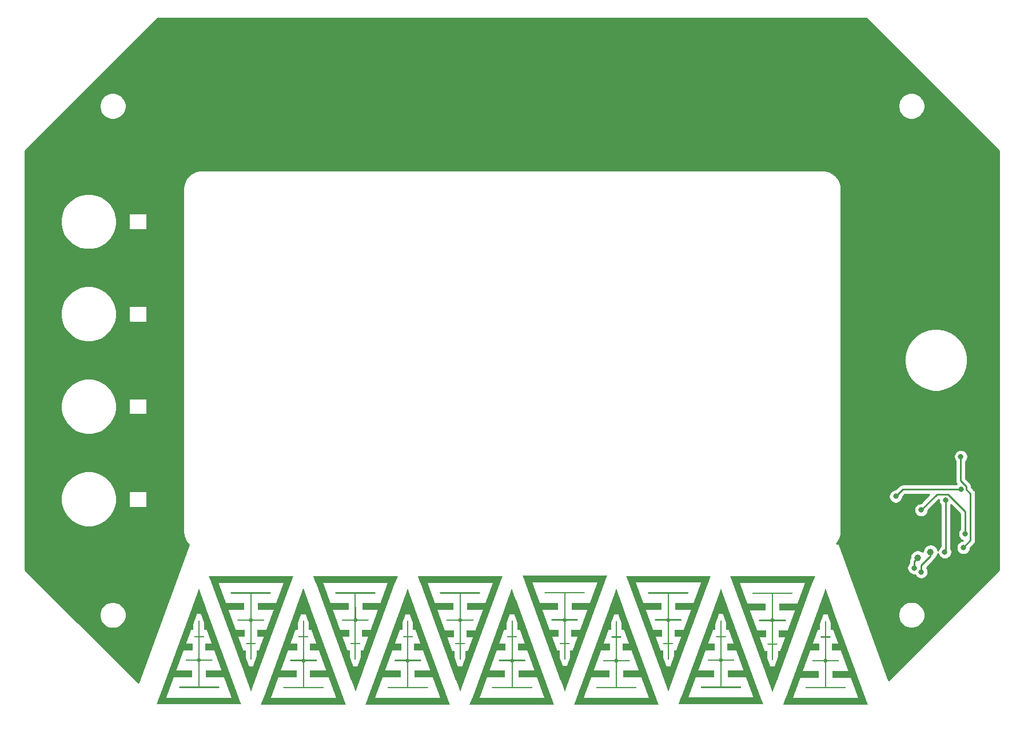
<source format=gbr>
%TF.GenerationSoftware,KiCad,Pcbnew,5.1.9+dfsg1-1~bpo10+1*%
%TF.CreationDate,2021-11-03T11:38:12+01:00*%
%TF.ProjectId,SynthoGame_top,53796e74-686f-4476-916d-655f746f702e,rev?*%
%TF.SameCoordinates,Original*%
%TF.FileFunction,Copper,L1,Top*%
%TF.FilePolarity,Positive*%
%FSLAX46Y46*%
G04 Gerber Fmt 4.6, Leading zero omitted, Abs format (unit mm)*
G04 Created by KiCad (PCBNEW 5.1.9+dfsg1-1~bpo10+1) date 2021-11-03 11:38:12*
%MOMM*%
%LPD*%
G01*
G04 APERTURE LIST*
%TA.AperFunction,SMDPad,CuDef*%
%ADD10R,0.600000X1.500000*%
%TD*%
%TA.AperFunction,SMDPad,CuDef*%
%ADD11R,0.200000X7.200000*%
%TD*%
%TA.AperFunction,SMDPad,CuDef*%
%ADD12R,3.000000X1.000000*%
%TD*%
%TA.AperFunction,SMDPad,CuDef*%
%ADD13R,2.000000X1.000000*%
%TD*%
%TA.AperFunction,SMDPad,CuDef*%
%ADD14R,0.200000X7.500000*%
%TD*%
%TA.AperFunction,SMDPad,CuDef*%
%ADD15C,0.100000*%
%TD*%
%TA.AperFunction,SMDPad,CuDef*%
%ADD16C,1.000000*%
%TD*%
%TA.AperFunction,ViaPad*%
%ADD17C,0.800000*%
%TD*%
%TA.AperFunction,ViaPad*%
%ADD18C,0.600000*%
%TD*%
%TA.AperFunction,Conductor*%
%ADD19C,0.250000*%
%TD*%
%TA.AperFunction,Conductor*%
%ADD20C,0.200000*%
%TD*%
%TA.AperFunction,Conductor*%
%ADD21C,0.254000*%
%TD*%
%TA.AperFunction,Conductor*%
%ADD22C,0.100000*%
%TD*%
G04 APERTURE END LIST*
D10*
%TO.P,SW1,2*%
%TO.N,/X0*%
X99510000Y-122130000D03*
D11*
%TO.P,SW1,1*%
%TO.N,/Y0*%
X98485000Y-125130000D03*
D10*
%TO.P,SW1,2*%
%TO.N,/X0*%
X97410000Y-122130000D03*
D12*
X100910000Y-129430000D03*
D13*
X100410000Y-125430000D03*
D14*
%TO.P,SW1,1*%
%TO.N,/Y0*%
X98485000Y-127630000D03*
%TA.AperFunction,SMDPad,CuDef*%
G36*
G01*
X95485000Y-131440000D02*
X95485000Y-131420000D01*
G75*
G02*
X95575000Y-131330000I90000J0D01*
G01*
X101395000Y-131330000D01*
G75*
G02*
X101485000Y-131420000I0J-90000D01*
G01*
X101485000Y-131440000D01*
G75*
G02*
X101395000Y-131530000I-90000J0D01*
G01*
X95575000Y-131530000D01*
G75*
G02*
X95485000Y-131440000I0J90000D01*
G01*
G37*
%TD.AperFunction*%
D12*
%TO.P,SW1,2*%
%TO.N,/X0*%
X96010000Y-129430000D03*
%TO.P,SW1,1*%
%TO.N,/Y0*%
%TA.AperFunction,SMDPad,CuDef*%
G36*
G01*
X96485000Y-127440000D02*
X96485000Y-127420000D01*
G75*
G02*
X96575000Y-127330000I90000J0D01*
G01*
X100395000Y-127330000D01*
G75*
G02*
X100485000Y-127420000I0J-90000D01*
G01*
X100485000Y-127440000D01*
G75*
G02*
X100395000Y-127530000I-90000J0D01*
G01*
X96575000Y-127530000D01*
G75*
G02*
X96485000Y-127440000I0J90000D01*
G01*
G37*
%TD.AperFunction*%
D13*
%TO.P,SW1,2*%
%TO.N,/X0*%
X96510000Y-125430000D03*
%TA.AperFunction,SMDPad,CuDef*%
D15*
G36*
X97240000Y-120580000D02*
G01*
X98430000Y-117280000D01*
X98440000Y-117280000D01*
X99630000Y-120580000D01*
X97240000Y-120580000D01*
G37*
%TD.AperFunction*%
%TO.P,SW1,1*%
%TO.N,/Y0*%
%TA.AperFunction,SMDPad,CuDef*%
G36*
G01*
X97735000Y-123940000D02*
X97735000Y-123920000D01*
G75*
G02*
X97825000Y-123830000I90000J0D01*
G01*
X99145000Y-123830000D01*
G75*
G02*
X99235000Y-123920000I0J-90000D01*
G01*
X99235000Y-123940000D01*
G75*
G02*
X99145000Y-124030000I-90000J0D01*
G01*
X97825000Y-124030000D01*
G75*
G02*
X97735000Y-123940000I0J90000D01*
G01*
G37*
%TD.AperFunction*%
%TA.AperFunction,SMDPad,CuDef*%
%TO.P,SW1,2*%
%TO.N,/X0*%
G36*
X97265000Y-120105000D02*
G01*
X98455000Y-116805000D01*
X98465000Y-116805000D01*
X99655000Y-120105000D01*
X97265000Y-120105000D01*
G37*
%TD.AperFunction*%
%TA.AperFunction,SMDPad,CuDef*%
G36*
X92185000Y-133955000D02*
G01*
X92585000Y-132955000D01*
X104335000Y-132955000D01*
X104735000Y-133955000D01*
X92185000Y-133955000D01*
G37*
%TD.AperFunction*%
%TA.AperFunction,SMDPad,CuDef*%
G36*
X103626315Y-133893551D02*
G01*
X98153993Y-118858469D01*
X99093685Y-118516449D01*
X104566007Y-133551531D01*
X103626315Y-133893551D01*
G37*
%TD.AperFunction*%
%TA.AperFunction,SMDPad,CuDef*%
G36*
X92378993Y-133526531D02*
G01*
X97851315Y-118491449D01*
X98791007Y-118833469D01*
X93318685Y-133868551D01*
X92378993Y-133526531D01*
G37*
%TD.AperFunction*%
%TD*%
D10*
%TO.P,SW2,2*%
%TO.N,/X0*%
X105145000Y-126760000D03*
D11*
%TO.P,SW2,1*%
%TO.N,/Y1*%
X106170000Y-123760000D03*
D10*
%TO.P,SW2,2*%
%TO.N,/X0*%
X107245000Y-126760000D03*
D12*
X103745000Y-119460000D03*
D13*
X104245000Y-123460000D03*
D14*
%TO.P,SW2,1*%
%TO.N,/Y1*%
X106170000Y-121260000D03*
%TA.AperFunction,SMDPad,CuDef*%
G36*
G01*
X109170000Y-117450000D02*
X109170000Y-117470000D01*
G75*
G02*
X109080000Y-117560000I-90000J0D01*
G01*
X103260000Y-117560000D01*
G75*
G02*
X103170000Y-117470000I0J90000D01*
G01*
X103170000Y-117450000D01*
G75*
G02*
X103260000Y-117360000I90000J0D01*
G01*
X109080000Y-117360000D01*
G75*
G02*
X109170000Y-117450000I0J-90000D01*
G01*
G37*
%TD.AperFunction*%
D12*
%TO.P,SW2,2*%
%TO.N,/X0*%
X108645000Y-119460000D03*
%TO.P,SW2,1*%
%TO.N,/Y1*%
%TA.AperFunction,SMDPad,CuDef*%
G36*
G01*
X108170000Y-121450000D02*
X108170000Y-121470000D01*
G75*
G02*
X108080000Y-121560000I-90000J0D01*
G01*
X104260000Y-121560000D01*
G75*
G02*
X104170000Y-121470000I0J90000D01*
G01*
X104170000Y-121450000D01*
G75*
G02*
X104260000Y-121360000I90000J0D01*
G01*
X108080000Y-121360000D01*
G75*
G02*
X108170000Y-121450000I0J-90000D01*
G01*
G37*
%TD.AperFunction*%
D13*
%TO.P,SW2,2*%
%TO.N,/X0*%
X108145000Y-123460000D03*
%TA.AperFunction,SMDPad,CuDef*%
D15*
G36*
X107415000Y-128310000D02*
G01*
X106225000Y-131610000D01*
X106215000Y-131610000D01*
X105025000Y-128310000D01*
X107415000Y-128310000D01*
G37*
%TD.AperFunction*%
%TO.P,SW2,1*%
%TO.N,/Y1*%
%TA.AperFunction,SMDPad,CuDef*%
G36*
G01*
X106920000Y-124950000D02*
X106920000Y-124970000D01*
G75*
G02*
X106830000Y-125060000I-90000J0D01*
G01*
X105510000Y-125060000D01*
G75*
G02*
X105420000Y-124970000I0J90000D01*
G01*
X105420000Y-124950000D01*
G75*
G02*
X105510000Y-124860000I90000J0D01*
G01*
X106830000Y-124860000D01*
G75*
G02*
X106920000Y-124950000I0J-90000D01*
G01*
G37*
%TD.AperFunction*%
%TA.AperFunction,SMDPad,CuDef*%
%TO.P,SW2,2*%
%TO.N,/X0*%
G36*
X107390000Y-128785000D02*
G01*
X106200000Y-132085000D01*
X106190000Y-132085000D01*
X105000000Y-128785000D01*
X107390000Y-128785000D01*
G37*
%TD.AperFunction*%
%TA.AperFunction,SMDPad,CuDef*%
G36*
X112470000Y-114935000D02*
G01*
X112070000Y-115935000D01*
X100320000Y-115935000D01*
X99920000Y-114935000D01*
X112470000Y-114935000D01*
G37*
%TD.AperFunction*%
%TA.AperFunction,SMDPad,CuDef*%
G36*
X101028685Y-114996449D02*
G01*
X106501007Y-130031531D01*
X105561315Y-130373551D01*
X100088993Y-115338469D01*
X101028685Y-114996449D01*
G37*
%TD.AperFunction*%
%TA.AperFunction,SMDPad,CuDef*%
G36*
X112276007Y-115363469D02*
G01*
X106803685Y-130398551D01*
X105863993Y-130056531D01*
X111336315Y-115021449D01*
X112276007Y-115363469D01*
G37*
%TD.AperFunction*%
%TD*%
D10*
%TO.P,SW3,2*%
%TO.N,/X1*%
X114980000Y-122145000D03*
D11*
%TO.P,SW3,1*%
%TO.N,/Y0*%
X113955000Y-125145000D03*
D10*
%TO.P,SW3,2*%
%TO.N,/X1*%
X112880000Y-122145000D03*
D12*
X116380000Y-129445000D03*
D13*
X115880000Y-125445000D03*
D14*
%TO.P,SW3,1*%
%TO.N,/Y0*%
X113955000Y-127645000D03*
%TA.AperFunction,SMDPad,CuDef*%
G36*
G01*
X110955000Y-131455000D02*
X110955000Y-131435000D01*
G75*
G02*
X111045000Y-131345000I90000J0D01*
G01*
X116865000Y-131345000D01*
G75*
G02*
X116955000Y-131435000I0J-90000D01*
G01*
X116955000Y-131455000D01*
G75*
G02*
X116865000Y-131545000I-90000J0D01*
G01*
X111045000Y-131545000D01*
G75*
G02*
X110955000Y-131455000I0J90000D01*
G01*
G37*
%TD.AperFunction*%
D12*
%TO.P,SW3,2*%
%TO.N,/X1*%
X111480000Y-129445000D03*
%TO.P,SW3,1*%
%TO.N,/Y0*%
%TA.AperFunction,SMDPad,CuDef*%
G36*
G01*
X111955000Y-127455000D02*
X111955000Y-127435000D01*
G75*
G02*
X112045000Y-127345000I90000J0D01*
G01*
X115865000Y-127345000D01*
G75*
G02*
X115955000Y-127435000I0J-90000D01*
G01*
X115955000Y-127455000D01*
G75*
G02*
X115865000Y-127545000I-90000J0D01*
G01*
X112045000Y-127545000D01*
G75*
G02*
X111955000Y-127455000I0J90000D01*
G01*
G37*
%TD.AperFunction*%
D13*
%TO.P,SW3,2*%
%TO.N,/X1*%
X111980000Y-125445000D03*
%TA.AperFunction,SMDPad,CuDef*%
D15*
G36*
X112710000Y-120595000D02*
G01*
X113900000Y-117295000D01*
X113910000Y-117295000D01*
X115100000Y-120595000D01*
X112710000Y-120595000D01*
G37*
%TD.AperFunction*%
%TO.P,SW3,1*%
%TO.N,/Y0*%
%TA.AperFunction,SMDPad,CuDef*%
G36*
G01*
X113205000Y-123955000D02*
X113205000Y-123935000D01*
G75*
G02*
X113295000Y-123845000I90000J0D01*
G01*
X114615000Y-123845000D01*
G75*
G02*
X114705000Y-123935000I0J-90000D01*
G01*
X114705000Y-123955000D01*
G75*
G02*
X114615000Y-124045000I-90000J0D01*
G01*
X113295000Y-124045000D01*
G75*
G02*
X113205000Y-123955000I0J90000D01*
G01*
G37*
%TD.AperFunction*%
%TA.AperFunction,SMDPad,CuDef*%
%TO.P,SW3,2*%
%TO.N,/X1*%
G36*
X112735000Y-120120000D02*
G01*
X113925000Y-116820000D01*
X113935000Y-116820000D01*
X115125000Y-120120000D01*
X112735000Y-120120000D01*
G37*
%TD.AperFunction*%
%TA.AperFunction,SMDPad,CuDef*%
G36*
X107655000Y-133970000D02*
G01*
X108055000Y-132970000D01*
X119805000Y-132970000D01*
X120205000Y-133970000D01*
X107655000Y-133970000D01*
G37*
%TD.AperFunction*%
%TA.AperFunction,SMDPad,CuDef*%
G36*
X119096315Y-133908551D02*
G01*
X113623993Y-118873469D01*
X114563685Y-118531449D01*
X120036007Y-133566531D01*
X119096315Y-133908551D01*
G37*
%TD.AperFunction*%
%TA.AperFunction,SMDPad,CuDef*%
G36*
X107848993Y-133541531D02*
G01*
X113321315Y-118506449D01*
X114261007Y-118848469D01*
X108788685Y-133883551D01*
X107848993Y-133541531D01*
G37*
%TD.AperFunction*%
%TD*%
D10*
%TO.P,SW4,2*%
%TO.N,/X1*%
X120595000Y-126760000D03*
D11*
%TO.P,SW4,1*%
%TO.N,/Y1*%
X121620000Y-123760000D03*
D10*
%TO.P,SW4,2*%
%TO.N,/X1*%
X122695000Y-126760000D03*
D12*
X119195000Y-119460000D03*
D13*
X119695000Y-123460000D03*
D14*
%TO.P,SW4,1*%
%TO.N,/Y1*%
X121620000Y-121260000D03*
%TA.AperFunction,SMDPad,CuDef*%
G36*
G01*
X124620000Y-117450000D02*
X124620000Y-117470000D01*
G75*
G02*
X124530000Y-117560000I-90000J0D01*
G01*
X118710000Y-117560000D01*
G75*
G02*
X118620000Y-117470000I0J90000D01*
G01*
X118620000Y-117450000D01*
G75*
G02*
X118710000Y-117360000I90000J0D01*
G01*
X124530000Y-117360000D01*
G75*
G02*
X124620000Y-117450000I0J-90000D01*
G01*
G37*
%TD.AperFunction*%
D12*
%TO.P,SW4,2*%
%TO.N,/X1*%
X124095000Y-119460000D03*
%TO.P,SW4,1*%
%TO.N,/Y1*%
%TA.AperFunction,SMDPad,CuDef*%
G36*
G01*
X123620000Y-121450000D02*
X123620000Y-121470000D01*
G75*
G02*
X123530000Y-121560000I-90000J0D01*
G01*
X119710000Y-121560000D01*
G75*
G02*
X119620000Y-121470000I0J90000D01*
G01*
X119620000Y-121450000D01*
G75*
G02*
X119710000Y-121360000I90000J0D01*
G01*
X123530000Y-121360000D01*
G75*
G02*
X123620000Y-121450000I0J-90000D01*
G01*
G37*
%TD.AperFunction*%
D13*
%TO.P,SW4,2*%
%TO.N,/X1*%
X123595000Y-123460000D03*
%TA.AperFunction,SMDPad,CuDef*%
D15*
G36*
X122865000Y-128310000D02*
G01*
X121675000Y-131610000D01*
X121665000Y-131610000D01*
X120475000Y-128310000D01*
X122865000Y-128310000D01*
G37*
%TD.AperFunction*%
%TO.P,SW4,1*%
%TO.N,/Y1*%
%TA.AperFunction,SMDPad,CuDef*%
G36*
G01*
X122370000Y-124950000D02*
X122370000Y-124970000D01*
G75*
G02*
X122280000Y-125060000I-90000J0D01*
G01*
X120960000Y-125060000D01*
G75*
G02*
X120870000Y-124970000I0J90000D01*
G01*
X120870000Y-124950000D01*
G75*
G02*
X120960000Y-124860000I90000J0D01*
G01*
X122280000Y-124860000D01*
G75*
G02*
X122370000Y-124950000I0J-90000D01*
G01*
G37*
%TD.AperFunction*%
%TA.AperFunction,SMDPad,CuDef*%
%TO.P,SW4,2*%
%TO.N,/X1*%
G36*
X122840000Y-128785000D02*
G01*
X121650000Y-132085000D01*
X121640000Y-132085000D01*
X120450000Y-128785000D01*
X122840000Y-128785000D01*
G37*
%TD.AperFunction*%
%TA.AperFunction,SMDPad,CuDef*%
G36*
X127920000Y-114935000D02*
G01*
X127520000Y-115935000D01*
X115770000Y-115935000D01*
X115370000Y-114935000D01*
X127920000Y-114935000D01*
G37*
%TD.AperFunction*%
%TA.AperFunction,SMDPad,CuDef*%
G36*
X116478685Y-114996449D02*
G01*
X121951007Y-130031531D01*
X121011315Y-130373551D01*
X115538993Y-115338469D01*
X116478685Y-114996449D01*
G37*
%TD.AperFunction*%
%TA.AperFunction,SMDPad,CuDef*%
G36*
X127726007Y-115363469D02*
G01*
X122253685Y-130398551D01*
X121313993Y-130056531D01*
X126786315Y-115021449D01*
X127726007Y-115363469D01*
G37*
%TD.AperFunction*%
%TD*%
D10*
%TO.P,SW5,2*%
%TO.N,/X2*%
X130425000Y-122150000D03*
D11*
%TO.P,SW5,1*%
%TO.N,/Y0*%
X129400000Y-125150000D03*
D10*
%TO.P,SW5,2*%
%TO.N,/X2*%
X128325000Y-122150000D03*
D12*
X131825000Y-129450000D03*
D13*
X131325000Y-125450000D03*
D14*
%TO.P,SW5,1*%
%TO.N,/Y0*%
X129400000Y-127650000D03*
%TA.AperFunction,SMDPad,CuDef*%
G36*
G01*
X126400000Y-131460000D02*
X126400000Y-131440000D01*
G75*
G02*
X126490000Y-131350000I90000J0D01*
G01*
X132310000Y-131350000D01*
G75*
G02*
X132400000Y-131440000I0J-90000D01*
G01*
X132400000Y-131460000D01*
G75*
G02*
X132310000Y-131550000I-90000J0D01*
G01*
X126490000Y-131550000D01*
G75*
G02*
X126400000Y-131460000I0J90000D01*
G01*
G37*
%TD.AperFunction*%
D12*
%TO.P,SW5,2*%
%TO.N,/X2*%
X126925000Y-129450000D03*
%TO.P,SW5,1*%
%TO.N,/Y0*%
%TA.AperFunction,SMDPad,CuDef*%
G36*
G01*
X127400000Y-127460000D02*
X127400000Y-127440000D01*
G75*
G02*
X127490000Y-127350000I90000J0D01*
G01*
X131310000Y-127350000D01*
G75*
G02*
X131400000Y-127440000I0J-90000D01*
G01*
X131400000Y-127460000D01*
G75*
G02*
X131310000Y-127550000I-90000J0D01*
G01*
X127490000Y-127550000D01*
G75*
G02*
X127400000Y-127460000I0J90000D01*
G01*
G37*
%TD.AperFunction*%
D13*
%TO.P,SW5,2*%
%TO.N,/X2*%
X127425000Y-125450000D03*
%TA.AperFunction,SMDPad,CuDef*%
D15*
G36*
X128155000Y-120600000D02*
G01*
X129345000Y-117300000D01*
X129355000Y-117300000D01*
X130545000Y-120600000D01*
X128155000Y-120600000D01*
G37*
%TD.AperFunction*%
%TO.P,SW5,1*%
%TO.N,/Y0*%
%TA.AperFunction,SMDPad,CuDef*%
G36*
G01*
X128650000Y-123960000D02*
X128650000Y-123940000D01*
G75*
G02*
X128740000Y-123850000I90000J0D01*
G01*
X130060000Y-123850000D01*
G75*
G02*
X130150000Y-123940000I0J-90000D01*
G01*
X130150000Y-123960000D01*
G75*
G02*
X130060000Y-124050000I-90000J0D01*
G01*
X128740000Y-124050000D01*
G75*
G02*
X128650000Y-123960000I0J90000D01*
G01*
G37*
%TD.AperFunction*%
%TA.AperFunction,SMDPad,CuDef*%
%TO.P,SW5,2*%
%TO.N,/X2*%
G36*
X128180000Y-120125000D02*
G01*
X129370000Y-116825000D01*
X129380000Y-116825000D01*
X130570000Y-120125000D01*
X128180000Y-120125000D01*
G37*
%TD.AperFunction*%
%TA.AperFunction,SMDPad,CuDef*%
G36*
X123100000Y-133975000D02*
G01*
X123500000Y-132975000D01*
X135250000Y-132975000D01*
X135650000Y-133975000D01*
X123100000Y-133975000D01*
G37*
%TD.AperFunction*%
%TA.AperFunction,SMDPad,CuDef*%
G36*
X134541315Y-133913551D02*
G01*
X129068993Y-118878469D01*
X130008685Y-118536449D01*
X135481007Y-133571531D01*
X134541315Y-133913551D01*
G37*
%TD.AperFunction*%
%TA.AperFunction,SMDPad,CuDef*%
G36*
X123293993Y-133546531D02*
G01*
X128766315Y-118511449D01*
X129706007Y-118853469D01*
X124233685Y-133888551D01*
X123293993Y-133546531D01*
G37*
%TD.AperFunction*%
%TD*%
D10*
%TO.P,SW6,2*%
%TO.N,/X2*%
X136105000Y-126770000D03*
D11*
%TO.P,SW6,1*%
%TO.N,/Y1*%
X137130000Y-123770000D03*
D10*
%TO.P,SW6,2*%
%TO.N,/X2*%
X138205000Y-126770000D03*
D12*
X134705000Y-119470000D03*
D13*
X135205000Y-123470000D03*
D14*
%TO.P,SW6,1*%
%TO.N,/Y1*%
X137130000Y-121270000D03*
%TA.AperFunction,SMDPad,CuDef*%
G36*
G01*
X140130000Y-117460000D02*
X140130000Y-117480000D01*
G75*
G02*
X140040000Y-117570000I-90000J0D01*
G01*
X134220000Y-117570000D01*
G75*
G02*
X134130000Y-117480000I0J90000D01*
G01*
X134130000Y-117460000D01*
G75*
G02*
X134220000Y-117370000I90000J0D01*
G01*
X140040000Y-117370000D01*
G75*
G02*
X140130000Y-117460000I0J-90000D01*
G01*
G37*
%TD.AperFunction*%
D12*
%TO.P,SW6,2*%
%TO.N,/X2*%
X139605000Y-119470000D03*
%TO.P,SW6,1*%
%TO.N,/Y1*%
%TA.AperFunction,SMDPad,CuDef*%
G36*
G01*
X139130000Y-121460000D02*
X139130000Y-121480000D01*
G75*
G02*
X139040000Y-121570000I-90000J0D01*
G01*
X135220000Y-121570000D01*
G75*
G02*
X135130000Y-121480000I0J90000D01*
G01*
X135130000Y-121460000D01*
G75*
G02*
X135220000Y-121370000I90000J0D01*
G01*
X139040000Y-121370000D01*
G75*
G02*
X139130000Y-121460000I0J-90000D01*
G01*
G37*
%TD.AperFunction*%
D13*
%TO.P,SW6,2*%
%TO.N,/X2*%
X139105000Y-123470000D03*
%TA.AperFunction,SMDPad,CuDef*%
D15*
G36*
X138375000Y-128320000D02*
G01*
X137185000Y-131620000D01*
X137175000Y-131620000D01*
X135985000Y-128320000D01*
X138375000Y-128320000D01*
G37*
%TD.AperFunction*%
%TO.P,SW6,1*%
%TO.N,/Y1*%
%TA.AperFunction,SMDPad,CuDef*%
G36*
G01*
X137880000Y-124960000D02*
X137880000Y-124980000D01*
G75*
G02*
X137790000Y-125070000I-90000J0D01*
G01*
X136470000Y-125070000D01*
G75*
G02*
X136380000Y-124980000I0J90000D01*
G01*
X136380000Y-124960000D01*
G75*
G02*
X136470000Y-124870000I90000J0D01*
G01*
X137790000Y-124870000D01*
G75*
G02*
X137880000Y-124960000I0J-90000D01*
G01*
G37*
%TD.AperFunction*%
%TA.AperFunction,SMDPad,CuDef*%
%TO.P,SW6,2*%
%TO.N,/X2*%
G36*
X138350000Y-128795000D02*
G01*
X137160000Y-132095000D01*
X137150000Y-132095000D01*
X135960000Y-128795000D01*
X138350000Y-128795000D01*
G37*
%TD.AperFunction*%
%TA.AperFunction,SMDPad,CuDef*%
G36*
X143430000Y-114945000D02*
G01*
X143030000Y-115945000D01*
X131280000Y-115945000D01*
X130880000Y-114945000D01*
X143430000Y-114945000D01*
G37*
%TD.AperFunction*%
%TA.AperFunction,SMDPad,CuDef*%
G36*
X131988685Y-115006449D02*
G01*
X137461007Y-130041531D01*
X136521315Y-130383551D01*
X131048993Y-115348469D01*
X131988685Y-115006449D01*
G37*
%TD.AperFunction*%
%TA.AperFunction,SMDPad,CuDef*%
G36*
X143236007Y-115373469D02*
G01*
X137763685Y-130408551D01*
X136823993Y-130066531D01*
X142296315Y-115031449D01*
X143236007Y-115373469D01*
G37*
%TD.AperFunction*%
%TD*%
D10*
%TO.P,SW7,2*%
%TO.N,/X3*%
X145870000Y-122155000D03*
D11*
%TO.P,SW7,1*%
%TO.N,/Y0*%
X144845000Y-125155000D03*
D10*
%TO.P,SW7,2*%
%TO.N,/X3*%
X143770000Y-122155000D03*
D12*
X147270000Y-129455000D03*
D13*
X146770000Y-125455000D03*
D14*
%TO.P,SW7,1*%
%TO.N,/Y0*%
X144845000Y-127655000D03*
%TA.AperFunction,SMDPad,CuDef*%
G36*
G01*
X141845000Y-131465000D02*
X141845000Y-131445000D01*
G75*
G02*
X141935000Y-131355000I90000J0D01*
G01*
X147755000Y-131355000D01*
G75*
G02*
X147845000Y-131445000I0J-90000D01*
G01*
X147845000Y-131465000D01*
G75*
G02*
X147755000Y-131555000I-90000J0D01*
G01*
X141935000Y-131555000D01*
G75*
G02*
X141845000Y-131465000I0J90000D01*
G01*
G37*
%TD.AperFunction*%
D12*
%TO.P,SW7,2*%
%TO.N,/X3*%
X142370000Y-129455000D03*
%TO.P,SW7,1*%
%TO.N,/Y0*%
%TA.AperFunction,SMDPad,CuDef*%
G36*
G01*
X142845000Y-127465000D02*
X142845000Y-127445000D01*
G75*
G02*
X142935000Y-127355000I90000J0D01*
G01*
X146755000Y-127355000D01*
G75*
G02*
X146845000Y-127445000I0J-90000D01*
G01*
X146845000Y-127465000D01*
G75*
G02*
X146755000Y-127555000I-90000J0D01*
G01*
X142935000Y-127555000D01*
G75*
G02*
X142845000Y-127465000I0J90000D01*
G01*
G37*
%TD.AperFunction*%
D13*
%TO.P,SW7,2*%
%TO.N,/X3*%
X142870000Y-125455000D03*
%TA.AperFunction,SMDPad,CuDef*%
D15*
G36*
X143600000Y-120605000D02*
G01*
X144790000Y-117305000D01*
X144800000Y-117305000D01*
X145990000Y-120605000D01*
X143600000Y-120605000D01*
G37*
%TD.AperFunction*%
%TO.P,SW7,1*%
%TO.N,/Y0*%
%TA.AperFunction,SMDPad,CuDef*%
G36*
G01*
X144095000Y-123965000D02*
X144095000Y-123945000D01*
G75*
G02*
X144185000Y-123855000I90000J0D01*
G01*
X145505000Y-123855000D01*
G75*
G02*
X145595000Y-123945000I0J-90000D01*
G01*
X145595000Y-123965000D01*
G75*
G02*
X145505000Y-124055000I-90000J0D01*
G01*
X144185000Y-124055000D01*
G75*
G02*
X144095000Y-123965000I0J90000D01*
G01*
G37*
%TD.AperFunction*%
%TA.AperFunction,SMDPad,CuDef*%
%TO.P,SW7,2*%
%TO.N,/X3*%
G36*
X143625000Y-120130000D02*
G01*
X144815000Y-116830000D01*
X144825000Y-116830000D01*
X146015000Y-120130000D01*
X143625000Y-120130000D01*
G37*
%TD.AperFunction*%
%TA.AperFunction,SMDPad,CuDef*%
G36*
X138545000Y-133980000D02*
G01*
X138945000Y-132980000D01*
X150695000Y-132980000D01*
X151095000Y-133980000D01*
X138545000Y-133980000D01*
G37*
%TD.AperFunction*%
%TA.AperFunction,SMDPad,CuDef*%
G36*
X149986315Y-133918551D02*
G01*
X144513993Y-118883469D01*
X145453685Y-118541449D01*
X150926007Y-133576531D01*
X149986315Y-133918551D01*
G37*
%TD.AperFunction*%
%TA.AperFunction,SMDPad,CuDef*%
G36*
X138738993Y-133551531D02*
G01*
X144211315Y-118516449D01*
X145151007Y-118858469D01*
X139678685Y-133893551D01*
X138738993Y-133551531D01*
G37*
%TD.AperFunction*%
%TD*%
D10*
%TO.P,SW8,2*%
%TO.N,/X3*%
X151605000Y-126730000D03*
D11*
%TO.P,SW8,1*%
%TO.N,/Y1*%
X152630000Y-123730000D03*
D10*
%TO.P,SW8,2*%
%TO.N,/X3*%
X153705000Y-126730000D03*
D12*
X150205000Y-119430000D03*
D13*
X150705000Y-123430000D03*
D14*
%TO.P,SW8,1*%
%TO.N,/Y1*%
X152630000Y-121230000D03*
%TA.AperFunction,SMDPad,CuDef*%
G36*
G01*
X155630000Y-117420000D02*
X155630000Y-117440000D01*
G75*
G02*
X155540000Y-117530000I-90000J0D01*
G01*
X149720000Y-117530000D01*
G75*
G02*
X149630000Y-117440000I0J90000D01*
G01*
X149630000Y-117420000D01*
G75*
G02*
X149720000Y-117330000I90000J0D01*
G01*
X155540000Y-117330000D01*
G75*
G02*
X155630000Y-117420000I0J-90000D01*
G01*
G37*
%TD.AperFunction*%
D12*
%TO.P,SW8,2*%
%TO.N,/X3*%
X155105000Y-119430000D03*
%TO.P,SW8,1*%
%TO.N,/Y1*%
%TA.AperFunction,SMDPad,CuDef*%
G36*
G01*
X154630000Y-121420000D02*
X154630000Y-121440000D01*
G75*
G02*
X154540000Y-121530000I-90000J0D01*
G01*
X150720000Y-121530000D01*
G75*
G02*
X150630000Y-121440000I0J90000D01*
G01*
X150630000Y-121420000D01*
G75*
G02*
X150720000Y-121330000I90000J0D01*
G01*
X154540000Y-121330000D01*
G75*
G02*
X154630000Y-121420000I0J-90000D01*
G01*
G37*
%TD.AperFunction*%
D13*
%TO.P,SW8,2*%
%TO.N,/X3*%
X154605000Y-123430000D03*
%TA.AperFunction,SMDPad,CuDef*%
D15*
G36*
X153875000Y-128280000D02*
G01*
X152685000Y-131580000D01*
X152675000Y-131580000D01*
X151485000Y-128280000D01*
X153875000Y-128280000D01*
G37*
%TD.AperFunction*%
%TO.P,SW8,1*%
%TO.N,/Y1*%
%TA.AperFunction,SMDPad,CuDef*%
G36*
G01*
X153380000Y-124920000D02*
X153380000Y-124940000D01*
G75*
G02*
X153290000Y-125030000I-90000J0D01*
G01*
X151970000Y-125030000D01*
G75*
G02*
X151880000Y-124940000I0J90000D01*
G01*
X151880000Y-124920000D01*
G75*
G02*
X151970000Y-124830000I90000J0D01*
G01*
X153290000Y-124830000D01*
G75*
G02*
X153380000Y-124920000I0J-90000D01*
G01*
G37*
%TD.AperFunction*%
%TA.AperFunction,SMDPad,CuDef*%
%TO.P,SW8,2*%
%TO.N,/X3*%
G36*
X153850000Y-128755000D02*
G01*
X152660000Y-132055000D01*
X152650000Y-132055000D01*
X151460000Y-128755000D01*
X153850000Y-128755000D01*
G37*
%TD.AperFunction*%
%TA.AperFunction,SMDPad,CuDef*%
G36*
X158930000Y-114905000D02*
G01*
X158530000Y-115905000D01*
X146780000Y-115905000D01*
X146380000Y-114905000D01*
X158930000Y-114905000D01*
G37*
%TD.AperFunction*%
%TA.AperFunction,SMDPad,CuDef*%
G36*
X147488685Y-114966449D02*
G01*
X152961007Y-130001531D01*
X152021315Y-130343551D01*
X146548993Y-115308469D01*
X147488685Y-114966449D01*
G37*
%TD.AperFunction*%
%TA.AperFunction,SMDPad,CuDef*%
G36*
X158736007Y-115333469D02*
G01*
X153263685Y-130368551D01*
X152323993Y-130026531D01*
X157796315Y-114991449D01*
X158736007Y-115333469D01*
G37*
%TD.AperFunction*%
%TD*%
D10*
%TO.P,SW9,2*%
%TO.N,/X4*%
X161330000Y-122175000D03*
D11*
%TO.P,SW9,1*%
%TO.N,/Y0*%
X160305000Y-125175000D03*
D10*
%TO.P,SW9,2*%
%TO.N,/X4*%
X159230000Y-122175000D03*
D12*
X162730000Y-129475000D03*
D13*
X162230000Y-125475000D03*
D14*
%TO.P,SW9,1*%
%TO.N,/Y0*%
X160305000Y-127675000D03*
%TA.AperFunction,SMDPad,CuDef*%
G36*
G01*
X157305000Y-131485000D02*
X157305000Y-131465000D01*
G75*
G02*
X157395000Y-131375000I90000J0D01*
G01*
X163215000Y-131375000D01*
G75*
G02*
X163305000Y-131465000I0J-90000D01*
G01*
X163305000Y-131485000D01*
G75*
G02*
X163215000Y-131575000I-90000J0D01*
G01*
X157395000Y-131575000D01*
G75*
G02*
X157305000Y-131485000I0J90000D01*
G01*
G37*
%TD.AperFunction*%
D12*
%TO.P,SW9,2*%
%TO.N,/X4*%
X157830000Y-129475000D03*
%TO.P,SW9,1*%
%TO.N,/Y0*%
%TA.AperFunction,SMDPad,CuDef*%
G36*
G01*
X158305000Y-127485000D02*
X158305000Y-127465000D01*
G75*
G02*
X158395000Y-127375000I90000J0D01*
G01*
X162215000Y-127375000D01*
G75*
G02*
X162305000Y-127465000I0J-90000D01*
G01*
X162305000Y-127485000D01*
G75*
G02*
X162215000Y-127575000I-90000J0D01*
G01*
X158395000Y-127575000D01*
G75*
G02*
X158305000Y-127485000I0J90000D01*
G01*
G37*
%TD.AperFunction*%
D13*
%TO.P,SW9,2*%
%TO.N,/X4*%
X158330000Y-125475000D03*
%TA.AperFunction,SMDPad,CuDef*%
D15*
G36*
X159060000Y-120625000D02*
G01*
X160250000Y-117325000D01*
X160260000Y-117325000D01*
X161450000Y-120625000D01*
X159060000Y-120625000D01*
G37*
%TD.AperFunction*%
%TO.P,SW9,1*%
%TO.N,/Y0*%
%TA.AperFunction,SMDPad,CuDef*%
G36*
G01*
X159555000Y-123985000D02*
X159555000Y-123965000D01*
G75*
G02*
X159645000Y-123875000I90000J0D01*
G01*
X160965000Y-123875000D01*
G75*
G02*
X161055000Y-123965000I0J-90000D01*
G01*
X161055000Y-123985000D01*
G75*
G02*
X160965000Y-124075000I-90000J0D01*
G01*
X159645000Y-124075000D01*
G75*
G02*
X159555000Y-123985000I0J90000D01*
G01*
G37*
%TD.AperFunction*%
%TA.AperFunction,SMDPad,CuDef*%
%TO.P,SW9,2*%
%TO.N,/X4*%
G36*
X159085000Y-120150000D02*
G01*
X160275000Y-116850000D01*
X160285000Y-116850000D01*
X161475000Y-120150000D01*
X159085000Y-120150000D01*
G37*
%TD.AperFunction*%
%TA.AperFunction,SMDPad,CuDef*%
G36*
X154005000Y-134000000D02*
G01*
X154405000Y-133000000D01*
X166155000Y-133000000D01*
X166555000Y-134000000D01*
X154005000Y-134000000D01*
G37*
%TD.AperFunction*%
%TA.AperFunction,SMDPad,CuDef*%
G36*
X165446315Y-133938551D02*
G01*
X159973993Y-118903469D01*
X160913685Y-118561449D01*
X166386007Y-133596531D01*
X165446315Y-133938551D01*
G37*
%TD.AperFunction*%
%TA.AperFunction,SMDPad,CuDef*%
G36*
X154198993Y-133571531D02*
G01*
X159671315Y-118536449D01*
X160611007Y-118878469D01*
X155138685Y-133913551D01*
X154198993Y-133571531D01*
G37*
%TD.AperFunction*%
%TD*%
D10*
%TO.P,SW10,2*%
%TO.N,/X4*%
X166955000Y-126750000D03*
D11*
%TO.P,SW10,1*%
%TO.N,/Y1*%
X167980000Y-123750000D03*
D10*
%TO.P,SW10,2*%
%TO.N,/X4*%
X169055000Y-126750000D03*
D12*
X165555000Y-119450000D03*
D13*
X166055000Y-123450000D03*
D14*
%TO.P,SW10,1*%
%TO.N,/Y1*%
X167980000Y-121250000D03*
%TA.AperFunction,SMDPad,CuDef*%
G36*
G01*
X170980000Y-117440000D02*
X170980000Y-117460000D01*
G75*
G02*
X170890000Y-117550000I-90000J0D01*
G01*
X165070000Y-117550000D01*
G75*
G02*
X164980000Y-117460000I0J90000D01*
G01*
X164980000Y-117440000D01*
G75*
G02*
X165070000Y-117350000I90000J0D01*
G01*
X170890000Y-117350000D01*
G75*
G02*
X170980000Y-117440000I0J-90000D01*
G01*
G37*
%TD.AperFunction*%
D12*
%TO.P,SW10,2*%
%TO.N,/X4*%
X170455000Y-119450000D03*
%TO.P,SW10,1*%
%TO.N,/Y1*%
%TA.AperFunction,SMDPad,CuDef*%
G36*
G01*
X169980000Y-121440000D02*
X169980000Y-121460000D01*
G75*
G02*
X169890000Y-121550000I-90000J0D01*
G01*
X166070000Y-121550000D01*
G75*
G02*
X165980000Y-121460000I0J90000D01*
G01*
X165980000Y-121440000D01*
G75*
G02*
X166070000Y-121350000I90000J0D01*
G01*
X169890000Y-121350000D01*
G75*
G02*
X169980000Y-121440000I0J-90000D01*
G01*
G37*
%TD.AperFunction*%
D13*
%TO.P,SW10,2*%
%TO.N,/X4*%
X169955000Y-123450000D03*
%TA.AperFunction,SMDPad,CuDef*%
D15*
G36*
X169225000Y-128300000D02*
G01*
X168035000Y-131600000D01*
X168025000Y-131600000D01*
X166835000Y-128300000D01*
X169225000Y-128300000D01*
G37*
%TD.AperFunction*%
%TO.P,SW10,1*%
%TO.N,/Y1*%
%TA.AperFunction,SMDPad,CuDef*%
G36*
G01*
X168730000Y-124940000D02*
X168730000Y-124960000D01*
G75*
G02*
X168640000Y-125050000I-90000J0D01*
G01*
X167320000Y-125050000D01*
G75*
G02*
X167230000Y-124960000I0J90000D01*
G01*
X167230000Y-124940000D01*
G75*
G02*
X167320000Y-124850000I90000J0D01*
G01*
X168640000Y-124850000D01*
G75*
G02*
X168730000Y-124940000I0J-90000D01*
G01*
G37*
%TD.AperFunction*%
%TA.AperFunction,SMDPad,CuDef*%
%TO.P,SW10,2*%
%TO.N,/X4*%
G36*
X169200000Y-128775000D02*
G01*
X168010000Y-132075000D01*
X168000000Y-132075000D01*
X166810000Y-128775000D01*
X169200000Y-128775000D01*
G37*
%TD.AperFunction*%
%TA.AperFunction,SMDPad,CuDef*%
G36*
X174280000Y-114925000D02*
G01*
X173880000Y-115925000D01*
X162130000Y-115925000D01*
X161730000Y-114925000D01*
X174280000Y-114925000D01*
G37*
%TD.AperFunction*%
%TA.AperFunction,SMDPad,CuDef*%
G36*
X162838685Y-114986449D02*
G01*
X168311007Y-130021531D01*
X167371315Y-130363551D01*
X161898993Y-115328469D01*
X162838685Y-114986449D01*
G37*
%TD.AperFunction*%
%TA.AperFunction,SMDPad,CuDef*%
G36*
X174086007Y-115353469D02*
G01*
X168613685Y-130388551D01*
X167673993Y-130046531D01*
X173146315Y-115011449D01*
X174086007Y-115353469D01*
G37*
%TD.AperFunction*%
%TD*%
D10*
%TO.P,SW11,2*%
%TO.N,/X5*%
X176800000Y-122125000D03*
D11*
%TO.P,SW11,1*%
%TO.N,/Y0*%
X175775000Y-125125000D03*
D10*
%TO.P,SW11,2*%
%TO.N,/X5*%
X174700000Y-122125000D03*
D12*
X178200000Y-129425000D03*
D13*
X177700000Y-125425000D03*
D14*
%TO.P,SW11,1*%
%TO.N,/Y0*%
X175775000Y-127625000D03*
%TA.AperFunction,SMDPad,CuDef*%
G36*
G01*
X172775000Y-131435000D02*
X172775000Y-131415000D01*
G75*
G02*
X172865000Y-131325000I90000J0D01*
G01*
X178685000Y-131325000D01*
G75*
G02*
X178775000Y-131415000I0J-90000D01*
G01*
X178775000Y-131435000D01*
G75*
G02*
X178685000Y-131525000I-90000J0D01*
G01*
X172865000Y-131525000D01*
G75*
G02*
X172775000Y-131435000I0J90000D01*
G01*
G37*
%TD.AperFunction*%
D12*
%TO.P,SW11,2*%
%TO.N,/X5*%
X173300000Y-129425000D03*
%TO.P,SW11,1*%
%TO.N,/Y0*%
%TA.AperFunction,SMDPad,CuDef*%
G36*
G01*
X173775000Y-127435000D02*
X173775000Y-127415000D01*
G75*
G02*
X173865000Y-127325000I90000J0D01*
G01*
X177685000Y-127325000D01*
G75*
G02*
X177775000Y-127415000I0J-90000D01*
G01*
X177775000Y-127435000D01*
G75*
G02*
X177685000Y-127525000I-90000J0D01*
G01*
X173865000Y-127525000D01*
G75*
G02*
X173775000Y-127435000I0J90000D01*
G01*
G37*
%TD.AperFunction*%
D13*
%TO.P,SW11,2*%
%TO.N,/X5*%
X173800000Y-125425000D03*
%TA.AperFunction,SMDPad,CuDef*%
D15*
G36*
X174530000Y-120575000D02*
G01*
X175720000Y-117275000D01*
X175730000Y-117275000D01*
X176920000Y-120575000D01*
X174530000Y-120575000D01*
G37*
%TD.AperFunction*%
%TO.P,SW11,1*%
%TO.N,/Y0*%
%TA.AperFunction,SMDPad,CuDef*%
G36*
G01*
X175025000Y-123935000D02*
X175025000Y-123915000D01*
G75*
G02*
X175115000Y-123825000I90000J0D01*
G01*
X176435000Y-123825000D01*
G75*
G02*
X176525000Y-123915000I0J-90000D01*
G01*
X176525000Y-123935000D01*
G75*
G02*
X176435000Y-124025000I-90000J0D01*
G01*
X175115000Y-124025000D01*
G75*
G02*
X175025000Y-123935000I0J90000D01*
G01*
G37*
%TD.AperFunction*%
%TA.AperFunction,SMDPad,CuDef*%
%TO.P,SW11,2*%
%TO.N,/X5*%
G36*
X174555000Y-120100000D02*
G01*
X175745000Y-116800000D01*
X175755000Y-116800000D01*
X176945000Y-120100000D01*
X174555000Y-120100000D01*
G37*
%TD.AperFunction*%
%TA.AperFunction,SMDPad,CuDef*%
G36*
X169475000Y-133950000D02*
G01*
X169875000Y-132950000D01*
X181625000Y-132950000D01*
X182025000Y-133950000D01*
X169475000Y-133950000D01*
G37*
%TD.AperFunction*%
%TA.AperFunction,SMDPad,CuDef*%
G36*
X180916315Y-133888551D02*
G01*
X175443993Y-118853469D01*
X176383685Y-118511449D01*
X181856007Y-133546531D01*
X180916315Y-133888551D01*
G37*
%TD.AperFunction*%
%TA.AperFunction,SMDPad,CuDef*%
G36*
X169668993Y-133521531D02*
G01*
X175141315Y-118486449D01*
X176081007Y-118828469D01*
X170608685Y-133863551D01*
X169668993Y-133521531D01*
G37*
%TD.AperFunction*%
%TD*%
D10*
%TO.P,SW12,2*%
%TO.N,/X5*%
X182380000Y-126815000D03*
D11*
%TO.P,SW12,1*%
%TO.N,/Y1*%
X183405000Y-123815000D03*
D10*
%TO.P,SW12,2*%
%TO.N,/X5*%
X184480000Y-126815000D03*
D12*
X180980000Y-119515000D03*
D13*
X181480000Y-123515000D03*
D14*
%TO.P,SW12,1*%
%TO.N,/Y1*%
X183405000Y-121315000D03*
%TA.AperFunction,SMDPad,CuDef*%
G36*
G01*
X186405000Y-117505000D02*
X186405000Y-117525000D01*
G75*
G02*
X186315000Y-117615000I-90000J0D01*
G01*
X180495000Y-117615000D01*
G75*
G02*
X180405000Y-117525000I0J90000D01*
G01*
X180405000Y-117505000D01*
G75*
G02*
X180495000Y-117415000I90000J0D01*
G01*
X186315000Y-117415000D01*
G75*
G02*
X186405000Y-117505000I0J-90000D01*
G01*
G37*
%TD.AperFunction*%
D12*
%TO.P,SW12,2*%
%TO.N,/X5*%
X185880000Y-119515000D03*
%TO.P,SW12,1*%
%TO.N,/Y1*%
%TA.AperFunction,SMDPad,CuDef*%
G36*
G01*
X185405000Y-121505000D02*
X185405000Y-121525000D01*
G75*
G02*
X185315000Y-121615000I-90000J0D01*
G01*
X181495000Y-121615000D01*
G75*
G02*
X181405000Y-121525000I0J90000D01*
G01*
X181405000Y-121505000D01*
G75*
G02*
X181495000Y-121415000I90000J0D01*
G01*
X185315000Y-121415000D01*
G75*
G02*
X185405000Y-121505000I0J-90000D01*
G01*
G37*
%TD.AperFunction*%
D13*
%TO.P,SW12,2*%
%TO.N,/X5*%
X185380000Y-123515000D03*
%TA.AperFunction,SMDPad,CuDef*%
D15*
G36*
X184650000Y-128365000D02*
G01*
X183460000Y-131665000D01*
X183450000Y-131665000D01*
X182260000Y-128365000D01*
X184650000Y-128365000D01*
G37*
%TD.AperFunction*%
%TO.P,SW12,1*%
%TO.N,/Y1*%
%TA.AperFunction,SMDPad,CuDef*%
G36*
G01*
X184155000Y-125005000D02*
X184155000Y-125025000D01*
G75*
G02*
X184065000Y-125115000I-90000J0D01*
G01*
X182745000Y-125115000D01*
G75*
G02*
X182655000Y-125025000I0J90000D01*
G01*
X182655000Y-125005000D01*
G75*
G02*
X182745000Y-124915000I90000J0D01*
G01*
X184065000Y-124915000D01*
G75*
G02*
X184155000Y-125005000I0J-90000D01*
G01*
G37*
%TD.AperFunction*%
%TA.AperFunction,SMDPad,CuDef*%
%TO.P,SW12,2*%
%TO.N,/X5*%
G36*
X184625000Y-128840000D02*
G01*
X183435000Y-132140000D01*
X183425000Y-132140000D01*
X182235000Y-128840000D01*
X184625000Y-128840000D01*
G37*
%TD.AperFunction*%
%TA.AperFunction,SMDPad,CuDef*%
G36*
X189705000Y-114990000D02*
G01*
X189305000Y-115990000D01*
X177555000Y-115990000D01*
X177155000Y-114990000D01*
X189705000Y-114990000D01*
G37*
%TD.AperFunction*%
%TA.AperFunction,SMDPad,CuDef*%
G36*
X178263685Y-115051449D02*
G01*
X183736007Y-130086531D01*
X182796315Y-130428551D01*
X177323993Y-115393469D01*
X178263685Y-115051449D01*
G37*
%TD.AperFunction*%
%TA.AperFunction,SMDPad,CuDef*%
G36*
X189511007Y-115418469D02*
G01*
X184038685Y-130453551D01*
X183098993Y-130111531D01*
X188571315Y-115076449D01*
X189511007Y-115418469D01*
G37*
%TD.AperFunction*%
%TD*%
D16*
%TO.P,TP1,1*%
%TO.N,/DBG_CLK*%
X206800000Y-111390000D03*
%TD*%
%TO.P,TP2,1*%
%TO.N,/S_SYNC*%
X204910000Y-112210000D03*
%TD*%
%TA.AperFunction,SMDPad,CuDef*%
D15*
%TO.P,SW13,2*%
%TO.N,/X6*%
G36*
X185163993Y-133576531D02*
G01*
X190636315Y-118541449D01*
X191576007Y-118883469D01*
X186103685Y-133918551D01*
X185163993Y-133576531D01*
G37*
%TD.AperFunction*%
%TA.AperFunction,SMDPad,CuDef*%
G36*
X196411315Y-133943551D02*
G01*
X190938993Y-118908469D01*
X191878685Y-118566449D01*
X197351007Y-133601531D01*
X196411315Y-133943551D01*
G37*
%TD.AperFunction*%
%TA.AperFunction,SMDPad,CuDef*%
G36*
X184970000Y-134005000D02*
G01*
X185370000Y-133005000D01*
X197120000Y-133005000D01*
X197520000Y-134005000D01*
X184970000Y-134005000D01*
G37*
%TD.AperFunction*%
%TA.AperFunction,SMDPad,CuDef*%
G36*
X190050000Y-120155000D02*
G01*
X191240000Y-116855000D01*
X191250000Y-116855000D01*
X192440000Y-120155000D01*
X190050000Y-120155000D01*
G37*
%TD.AperFunction*%
%TO.P,SW13,1*%
%TO.N,/Y0*%
%TA.AperFunction,SMDPad,CuDef*%
G36*
G01*
X190520000Y-123990000D02*
X190520000Y-123970000D01*
G75*
G02*
X190610000Y-123880000I90000J0D01*
G01*
X191930000Y-123880000D01*
G75*
G02*
X192020000Y-123970000I0J-90000D01*
G01*
X192020000Y-123990000D01*
G75*
G02*
X191930000Y-124080000I-90000J0D01*
G01*
X190610000Y-124080000D01*
G75*
G02*
X190520000Y-123990000I0J90000D01*
G01*
G37*
%TD.AperFunction*%
%TA.AperFunction,SMDPad,CuDef*%
%TO.P,SW13,2*%
%TO.N,/X6*%
G36*
X190025000Y-120630000D02*
G01*
X191215000Y-117330000D01*
X191225000Y-117330000D01*
X192415000Y-120630000D01*
X190025000Y-120630000D01*
G37*
%TD.AperFunction*%
D13*
X189295000Y-125480000D03*
%TO.P,SW13,1*%
%TO.N,/Y0*%
%TA.AperFunction,SMDPad,CuDef*%
G36*
G01*
X189270000Y-127490000D02*
X189270000Y-127470000D01*
G75*
G02*
X189360000Y-127380000I90000J0D01*
G01*
X193180000Y-127380000D01*
G75*
G02*
X193270000Y-127470000I0J-90000D01*
G01*
X193270000Y-127490000D01*
G75*
G02*
X193180000Y-127580000I-90000J0D01*
G01*
X189360000Y-127580000D01*
G75*
G02*
X189270000Y-127490000I0J90000D01*
G01*
G37*
%TD.AperFunction*%
D12*
%TO.P,SW13,2*%
%TO.N,/X6*%
X188795000Y-129480000D03*
%TO.P,SW13,1*%
%TO.N,/Y0*%
%TA.AperFunction,SMDPad,CuDef*%
G36*
G01*
X188270000Y-131490000D02*
X188270000Y-131470000D01*
G75*
G02*
X188360000Y-131380000I90000J0D01*
G01*
X194180000Y-131380000D01*
G75*
G02*
X194270000Y-131470000I0J-90000D01*
G01*
X194270000Y-131490000D01*
G75*
G02*
X194180000Y-131580000I-90000J0D01*
G01*
X188360000Y-131580000D01*
G75*
G02*
X188270000Y-131490000I0J90000D01*
G01*
G37*
%TD.AperFunction*%
D14*
X191270000Y-127680000D03*
D13*
%TO.P,SW13,2*%
%TO.N,/X6*%
X193195000Y-125480000D03*
D12*
X193695000Y-129480000D03*
D10*
X190195000Y-122180000D03*
D11*
%TO.P,SW13,1*%
%TO.N,/Y0*%
X191270000Y-125180000D03*
D10*
%TO.P,SW13,2*%
%TO.N,/X6*%
X192295000Y-122180000D03*
%TD*%
D17*
%TO.N,Net-(C61-Pad2)*%
X201650000Y-103140000D03*
X211355438Y-102125499D03*
%TO.N,Net-(C62-Pad2)*%
X205430000Y-105160000D03*
X211940000Y-108710000D03*
%TO.N,GND*%
X203700000Y-108740000D03*
X204340000Y-108030000D03*
X200510000Y-103940000D03*
X202593084Y-109786916D03*
X202980000Y-116200000D03*
X211760000Y-114350000D03*
X211050000Y-115100000D03*
X213983600Y-104557400D03*
%TO.N,+3V3*%
X211660000Y-110730000D03*
X211280000Y-97250000D03*
%TO.N,~CHANGE*%
X209050000Y-103680000D03*
X208910000Y-111390000D03*
%TO.N,/DBG_CLK*%
X205430000Y-114330000D03*
%TO.N,/S_SYNC*%
X204370000Y-113740000D03*
D18*
%TO.N,/Y0*%
X98480000Y-127430000D03*
X113970000Y-127450000D03*
X129400000Y-127450000D03*
X144840000Y-127450000D03*
X160310000Y-127470000D03*
X175780000Y-127430000D03*
X191270000Y-127480000D03*
%TO.N,/Y1*%
X183405000Y-121515000D03*
X167980000Y-121450000D03*
X137140000Y-121470000D03*
X152620000Y-121440000D03*
X121640000Y-121470000D03*
X106180000Y-121460000D03*
%TO.N,/X6*%
X191270000Y-119550000D03*
%TO.N,/X0*%
X98470000Y-119420000D03*
X106195000Y-115435000D03*
%TO.N,/X1*%
X113960000Y-119460000D03*
X121645000Y-115435000D03*
%TO.N,/X2*%
X129410000Y-119460000D03*
X137165000Y-115445000D03*
%TO.N,/X3*%
X144890000Y-119490000D03*
X152655000Y-115405000D03*
%TO.N,/X4*%
X160290000Y-119490000D03*
X168000000Y-115430000D03*
%TO.N,/X5*%
X175770000Y-119540000D03*
X183430000Y-115490000D03*
%TD*%
D19*
%TO.N,Net-(C61-Pad2)*%
X206785415Y-102125415D02*
X202664585Y-102125415D01*
X204664585Y-102125415D02*
X206785415Y-102125415D01*
X202664585Y-102125415D02*
X201650000Y-103140000D01*
X206785415Y-102125415D02*
X211355354Y-102125415D01*
X211355354Y-102125415D02*
X211355438Y-102125499D01*
%TO.N,Net-(C62-Pad2)*%
X207739584Y-102850416D02*
X209360416Y-102850416D01*
X205430000Y-105160000D02*
X207739584Y-102850416D01*
X209360416Y-102850416D02*
X211940000Y-105430000D01*
X211940000Y-105430000D02*
X211940000Y-108710000D01*
%TO.N,+3V3*%
X212730000Y-109660000D02*
X211660000Y-110730000D01*
X212730000Y-102750000D02*
X212730000Y-109660000D01*
X212080000Y-102100000D02*
X212730000Y-102750000D01*
X212080000Y-101640000D02*
X212080000Y-102100000D01*
X211280000Y-97250000D02*
X211280000Y-100840000D01*
X211280000Y-100840000D02*
X212080000Y-101640000D01*
%TO.N,~CHANGE*%
X209050000Y-103680000D02*
X209050000Y-111250000D01*
X209050000Y-111250000D02*
X208910000Y-111390000D01*
%TO.N,/DBG_CLK*%
X205430000Y-113360000D02*
X205430000Y-114330000D01*
X206800000Y-111390000D02*
X206800000Y-111990000D01*
X206800000Y-111990000D02*
X205430000Y-113360000D01*
%TO.N,/S_SYNC*%
X204370000Y-112750000D02*
X204910000Y-112210000D01*
X204370000Y-113740000D02*
X204370000Y-112750000D01*
D20*
%TO.N,/Y0*%
X129400000Y-125150000D02*
X129400000Y-127450000D01*
X113955000Y-125145000D02*
X113970000Y-127450000D01*
X98485000Y-127630000D02*
X98480000Y-127430000D01*
X191270000Y-127680000D02*
X191270000Y-127480000D01*
X175775000Y-125125000D02*
X175780000Y-127430000D01*
X175775000Y-131425000D02*
X175775000Y-127625000D01*
X160305000Y-125175000D02*
X160310000Y-127470000D01*
X144845000Y-131455000D02*
X144840000Y-127450000D01*
X98480000Y-127430000D02*
X98485000Y-131430000D01*
X113970000Y-127450000D02*
X113955000Y-131445000D01*
X129400000Y-127450000D02*
X129400000Y-131450000D01*
X144840000Y-127450000D02*
X144845000Y-125155000D01*
X160310000Y-127470000D02*
X160305000Y-131475000D01*
X175780000Y-127430000D02*
X175775000Y-127625000D01*
X191270000Y-127480000D02*
X191270000Y-131480000D01*
%TO.N,/Y1*%
X137130000Y-117470000D02*
X137140000Y-121470000D01*
X121620000Y-117460000D02*
X121640000Y-121470000D01*
X106170000Y-117460000D02*
X106180000Y-121460000D01*
X183405000Y-117515000D02*
X183405000Y-121515000D01*
X167980000Y-117450000D02*
X167980000Y-121450000D01*
X152630000Y-117430000D02*
X152620000Y-121440000D01*
X167980000Y-121450000D02*
X167980000Y-121250000D01*
X137140000Y-121470000D02*
X137130000Y-123770000D01*
X152620000Y-121440000D02*
X152630000Y-121430000D01*
X121640000Y-121470000D02*
X121620000Y-121460000D01*
X106180000Y-121460000D02*
X106170000Y-121460000D01*
D19*
%TO.N,/X6*%
X188700000Y-125480000D02*
X188670000Y-125450000D01*
X189295000Y-125480000D02*
X188700000Y-125480000D01*
X187370000Y-129480000D02*
X187310000Y-129540000D01*
X188795000Y-129480000D02*
X187370000Y-129480000D01*
X195190000Y-129480000D02*
X195290000Y-129380000D01*
X193695000Y-129480000D02*
X195190000Y-129480000D01*
X193710000Y-125480000D02*
X193990000Y-125760000D01*
X193195000Y-125480000D02*
X193710000Y-125480000D01*
X196705000Y-133505000D02*
X196820000Y-133390000D01*
X191245000Y-133505000D02*
X196705000Y-133505000D01*
%TO.N,/X0*%
X96335000Y-125430000D02*
X95585000Y-126180000D01*
X96510000Y-125430000D02*
X96335000Y-125430000D01*
X95585000Y-126595000D02*
X95585000Y-126180000D01*
X95585000Y-126705000D02*
X95585000Y-126180000D01*
X94630000Y-129430000D02*
X94460000Y-129260000D01*
X96010000Y-129430000D02*
X94630000Y-129430000D01*
X93155000Y-133455000D02*
X93060000Y-133360000D01*
X98460000Y-133455000D02*
X93155000Y-133455000D01*
X100585000Y-125430000D02*
X101360000Y-126205000D01*
X100410000Y-125430000D02*
X100585000Y-125430000D01*
X102420000Y-129430000D02*
X102480000Y-129490000D01*
X100910000Y-129430000D02*
X102420000Y-129430000D01*
X102360000Y-119460000D02*
X102340000Y-119480000D01*
X103745000Y-119460000D02*
X102360000Y-119460000D01*
X103590000Y-123460000D02*
X103520000Y-123530000D01*
X104245000Y-123460000D02*
X103590000Y-123460000D01*
X108700000Y-123460000D02*
X108730000Y-123430000D01*
X108145000Y-123460000D02*
X108700000Y-123460000D01*
X110070000Y-119460000D02*
X110260000Y-119650000D01*
X108645000Y-119460000D02*
X110070000Y-119460000D01*
X111575000Y-115435000D02*
X111670000Y-115530000D01*
X106195000Y-115435000D02*
X111575000Y-115435000D01*
%TO.N,/X1*%
X111365000Y-125445000D02*
X111270000Y-125540000D01*
X111980000Y-125445000D02*
X111365000Y-125445000D01*
X109945000Y-129445000D02*
X109810000Y-129580000D01*
X111480000Y-129445000D02*
X109945000Y-129445000D01*
X116535000Y-125445000D02*
X116600000Y-125510000D01*
X115880000Y-125445000D02*
X116535000Y-125445000D01*
X117865000Y-129445000D02*
X118000000Y-129580000D01*
X116380000Y-129445000D02*
X117865000Y-129445000D01*
X119360000Y-133470000D02*
X119490000Y-133340000D01*
X113930000Y-133470000D02*
X119360000Y-133470000D01*
X119310000Y-123460000D02*
X119180000Y-123590000D01*
X119695000Y-123460000D02*
X119310000Y-123460000D01*
X117680000Y-119460000D02*
X117620000Y-119520000D01*
X119195000Y-119460000D02*
X117680000Y-119460000D01*
X125710000Y-119460000D02*
X125780000Y-119390000D01*
X124095000Y-119460000D02*
X125710000Y-119460000D01*
X124200000Y-123460000D02*
X124420000Y-123240000D01*
X123595000Y-123460000D02*
X124200000Y-123460000D01*
X127035000Y-115435000D02*
X127050000Y-115450000D01*
X121645000Y-115435000D02*
X127035000Y-115435000D01*
%TO.N,/X2*%
X126810000Y-125450000D02*
X126670000Y-125590000D01*
X127425000Y-125450000D02*
X126810000Y-125450000D01*
X125430000Y-129450000D02*
X125400000Y-129480000D01*
X126925000Y-129450000D02*
X125430000Y-129450000D01*
X133250000Y-129450000D02*
X133290000Y-129410000D01*
X131870000Y-125450000D02*
X132070000Y-125650000D01*
X131325000Y-125450000D02*
X131870000Y-125450000D01*
X133250000Y-129450000D02*
X133390000Y-129590000D01*
X131825000Y-129450000D02*
X133250000Y-129450000D01*
X134865000Y-133475000D02*
X134870000Y-133480000D01*
X129375000Y-133475000D02*
X134865000Y-133475000D01*
X132930000Y-119470000D02*
X132910000Y-119490000D01*
X134705000Y-119470000D02*
X132930000Y-119470000D01*
X134630000Y-123470000D02*
X134550000Y-123550000D01*
X135205000Y-123470000D02*
X134630000Y-123470000D01*
X141160000Y-119470000D02*
X141340000Y-119290000D01*
X139605000Y-119470000D02*
X141160000Y-119470000D01*
X139560000Y-123470000D02*
X139660000Y-123570000D01*
X139105000Y-123470000D02*
X139560000Y-123470000D01*
X142475000Y-115445000D02*
X142640000Y-115610000D01*
X137155000Y-115445000D02*
X137165000Y-115445000D01*
X137165000Y-115445000D02*
X142475000Y-115445000D01*
%TO.N,/X3*%
X142695000Y-125455000D02*
X141945000Y-126205000D01*
X142870000Y-125455000D02*
X142695000Y-125455000D01*
X146945000Y-125455000D02*
X147720000Y-126230000D01*
X146770000Y-125455000D02*
X146945000Y-125455000D01*
X140835000Y-129455000D02*
X140830000Y-129450000D01*
X142370000Y-129455000D02*
X140835000Y-129455000D01*
X148875000Y-129455000D02*
X148930000Y-129400000D01*
X147270000Y-129455000D02*
X148875000Y-129455000D01*
X150180000Y-133480000D02*
X150270000Y-133390000D01*
X144820000Y-133480000D02*
X150180000Y-133480000D01*
X148560000Y-119430000D02*
X148500000Y-119370000D01*
X150205000Y-119430000D02*
X148560000Y-119430000D01*
X156580000Y-119430000D02*
X156620000Y-119390000D01*
X155105000Y-119430000D02*
X156580000Y-119430000D01*
X155330000Y-123430000D02*
X155380000Y-123380000D01*
X154605000Y-123430000D02*
X155330000Y-123430000D01*
X150530000Y-123430000D02*
X149755000Y-122655000D01*
X150705000Y-123430000D02*
X150530000Y-123430000D01*
X157895000Y-115405000D02*
X158050000Y-115560000D01*
X152655000Y-115405000D02*
X157895000Y-115405000D01*
%TO.N,/X4*%
X157795000Y-125475000D02*
X157660000Y-125340000D01*
X158330000Y-125475000D02*
X157795000Y-125475000D01*
X162775000Y-125475000D02*
X162900000Y-125600000D01*
X162230000Y-125475000D02*
X162775000Y-125475000D01*
X164045000Y-129475000D02*
X164250000Y-129680000D01*
X162730000Y-129475000D02*
X164045000Y-129475000D01*
X156275000Y-129475000D02*
X156180000Y-129570000D01*
X157830000Y-129475000D02*
X156275000Y-129475000D01*
X165670000Y-133500000D02*
X165730000Y-133440000D01*
X160280000Y-133500000D02*
X165670000Y-133500000D01*
X165550000Y-123450000D02*
X165510000Y-123490000D01*
X166055000Y-123450000D02*
X165550000Y-123450000D01*
X165555000Y-119450000D02*
X163950000Y-119450000D01*
X167970000Y-115460000D02*
X162620000Y-115460000D01*
X168005000Y-115425000D02*
X168000000Y-115430000D01*
X172010000Y-119450000D02*
X172050000Y-119490000D01*
X170455000Y-119450000D02*
X172010000Y-119450000D01*
X170490000Y-123450000D02*
X170500000Y-123460000D01*
X169955000Y-123450000D02*
X170490000Y-123450000D01*
X168000000Y-115430000D02*
X167970000Y-115460000D01*
%TO.N,/X5*%
X173205000Y-125425000D02*
X173200000Y-125430000D01*
X173800000Y-125425000D02*
X173205000Y-125425000D01*
X171915000Y-129425000D02*
X171890000Y-129400000D01*
X173300000Y-129425000D02*
X171915000Y-129425000D01*
X179655000Y-129425000D02*
X179800000Y-129280000D01*
X178200000Y-129425000D02*
X179655000Y-129425000D01*
X178305000Y-125425000D02*
X178310000Y-125430000D01*
X177700000Y-125425000D02*
X178305000Y-125425000D01*
X180920000Y-133450000D02*
X181170000Y-133200000D01*
X175750000Y-133450000D02*
X180920000Y-133450000D01*
X179575000Y-119515000D02*
X179420000Y-119670000D01*
X180980000Y-119515000D02*
X179575000Y-119515000D01*
X180985000Y-123515000D02*
X180690000Y-123220000D01*
X181480000Y-123515000D02*
X180985000Y-123515000D01*
X185995000Y-123515000D02*
X186030000Y-123480000D01*
X185380000Y-123515000D02*
X185995000Y-123515000D01*
X185965000Y-119600000D02*
X187430000Y-119600000D01*
X185880000Y-119515000D02*
X185965000Y-119600000D01*
X188910000Y-115490000D02*
X188960000Y-115440000D01*
X183430000Y-115490000D02*
X188910000Y-115490000D01*
%TD*%
D21*
%TO.N,GND*%
X216930000Y-51948380D02*
X216930001Y-110173000D01*
X213292160Y-110173000D01*
X213364974Y-110084276D01*
X213435546Y-109952247D01*
X213479003Y-109808986D01*
X213490000Y-109697333D01*
X213493677Y-109660000D01*
X213490000Y-109622667D01*
X213490000Y-102787323D01*
X213493676Y-102750000D01*
X213490000Y-102712677D01*
X213490000Y-102712667D01*
X213479003Y-102601014D01*
X213435546Y-102457753D01*
X213364974Y-102325724D01*
X213270001Y-102209999D01*
X213241004Y-102186202D01*
X212840000Y-101785199D01*
X212840000Y-101677323D01*
X212843676Y-101640000D01*
X212840000Y-101602677D01*
X212840000Y-101602667D01*
X212829003Y-101491014D01*
X212785546Y-101347753D01*
X212714974Y-101215724D01*
X212620001Y-101099999D01*
X212591004Y-101076202D01*
X212040000Y-100525199D01*
X212040000Y-97953711D01*
X212083937Y-97909774D01*
X212197205Y-97740256D01*
X212275226Y-97551898D01*
X212315000Y-97351939D01*
X212315000Y-97148061D01*
X212275226Y-96948102D01*
X212197205Y-96759744D01*
X212083937Y-96590226D01*
X211939774Y-96446063D01*
X211770256Y-96332795D01*
X211581898Y-96254774D01*
X211381939Y-96215000D01*
X211178061Y-96215000D01*
X210978102Y-96254774D01*
X210789744Y-96332795D01*
X210620226Y-96446063D01*
X210476063Y-96590226D01*
X210362795Y-96759744D01*
X210284774Y-96948102D01*
X210245000Y-97148061D01*
X210245000Y-97351939D01*
X210284774Y-97551898D01*
X210362795Y-97740256D01*
X210476063Y-97909774D01*
X210520000Y-97953711D01*
X210520001Y-100802668D01*
X210516324Y-100840000D01*
X210530998Y-100988985D01*
X210574454Y-101132246D01*
X210645026Y-101264276D01*
X210693674Y-101323552D01*
X210651811Y-101365415D01*
X202701908Y-101365415D01*
X202664585Y-101361739D01*
X202627262Y-101365415D01*
X202627252Y-101365415D01*
X202515599Y-101376412D01*
X202372338Y-101419869D01*
X202240309Y-101490441D01*
X202124584Y-101585414D01*
X202100786Y-101614412D01*
X201610199Y-102105000D01*
X201548061Y-102105000D01*
X201348102Y-102144774D01*
X201159744Y-102222795D01*
X200990226Y-102336063D01*
X200846063Y-102480226D01*
X200732795Y-102649744D01*
X200654774Y-102838102D01*
X200615000Y-103038061D01*
X200615000Y-103241939D01*
X200654774Y-103441898D01*
X200732795Y-103630256D01*
X200846063Y-103799774D01*
X200990226Y-103943937D01*
X201159744Y-104057205D01*
X201348102Y-104135226D01*
X201548061Y-104175000D01*
X201751939Y-104175000D01*
X201951898Y-104135226D01*
X202140256Y-104057205D01*
X202309774Y-103943937D01*
X202453937Y-103799774D01*
X202567205Y-103630256D01*
X202645226Y-103441898D01*
X202685000Y-103241939D01*
X202685000Y-103179801D01*
X202979387Y-102885415D01*
X206629783Y-102885415D01*
X205390199Y-104125000D01*
X205328061Y-104125000D01*
X205128102Y-104164774D01*
X204939744Y-104242795D01*
X204770226Y-104356063D01*
X204626063Y-104500226D01*
X204512795Y-104669744D01*
X204434774Y-104858102D01*
X204395000Y-105058061D01*
X204395000Y-105261939D01*
X204434774Y-105461898D01*
X204512795Y-105650256D01*
X204626063Y-105819774D01*
X204770226Y-105963937D01*
X204939744Y-106077205D01*
X205128102Y-106155226D01*
X205328061Y-106195000D01*
X205531939Y-106195000D01*
X205731898Y-106155226D01*
X205920256Y-106077205D01*
X206089774Y-105963937D01*
X206233937Y-105819774D01*
X206347205Y-105650256D01*
X206425226Y-105461898D01*
X206465000Y-105261939D01*
X206465000Y-105199801D01*
X208015000Y-103649802D01*
X208015000Y-103781939D01*
X208054774Y-103981898D01*
X208132795Y-104170256D01*
X208246063Y-104339774D01*
X208290000Y-104383711D01*
X208290001Y-110173000D01*
X192874873Y-110173000D01*
X193076889Y-109925303D01*
X193109980Y-109875497D01*
X193143787Y-109826124D01*
X193148170Y-109818017D01*
X193331649Y-109472945D01*
X193354443Y-109417641D01*
X193378010Y-109362657D01*
X193380735Y-109353854D01*
X193493694Y-108979715D01*
X193505311Y-108921044D01*
X193517750Y-108862523D01*
X193518713Y-108853358D01*
X193556850Y-108464404D01*
X193556850Y-108464402D01*
X193560000Y-108432419D01*
X193560000Y-82483492D01*
X202975000Y-82483492D01*
X202975000Y-83396508D01*
X203153120Y-84291980D01*
X203502516Y-85135496D01*
X204009760Y-85894640D01*
X204655360Y-86540240D01*
X205414504Y-87047484D01*
X206258020Y-87396880D01*
X207153492Y-87575000D01*
X208066508Y-87575000D01*
X208961980Y-87396880D01*
X209805496Y-87047484D01*
X210564640Y-86540240D01*
X211210240Y-85894640D01*
X211717484Y-85135496D01*
X212066880Y-84291980D01*
X212245000Y-83396508D01*
X212245000Y-82483492D01*
X212066880Y-81588020D01*
X211717484Y-80744504D01*
X211210240Y-79985360D01*
X210564640Y-79339760D01*
X209805496Y-78832516D01*
X208961980Y-78483120D01*
X208066508Y-78305000D01*
X207153492Y-78305000D01*
X206258020Y-78483120D01*
X205414504Y-78832516D01*
X204655360Y-79339760D01*
X204009760Y-79985360D01*
X203502516Y-80744504D01*
X203153120Y-81588020D01*
X202975000Y-82483492D01*
X193560000Y-82483492D01*
X193560000Y-57467581D01*
X193557148Y-57438626D01*
X193557235Y-57426202D01*
X193556335Y-57417031D01*
X193515483Y-57028353D01*
X193503462Y-56969790D01*
X193492247Y-56910997D01*
X193489583Y-56902175D01*
X193374015Y-56528834D01*
X193350830Y-56473679D01*
X193328426Y-56418226D01*
X193324099Y-56410090D01*
X193324099Y-56410089D01*
X193324096Y-56410085D01*
X193138216Y-56066305D01*
X193104768Y-56016715D01*
X193072012Y-55966659D01*
X193066191Y-55959523D01*
X193066187Y-55959517D01*
X193066182Y-55959512D01*
X192817070Y-55658386D01*
X192774631Y-55616243D01*
X192732770Y-55573496D01*
X192725670Y-55567622D01*
X192422805Y-55320613D01*
X192372999Y-55287522D01*
X192323626Y-55253715D01*
X192315520Y-55249332D01*
X191970447Y-55065853D01*
X191915143Y-55043059D01*
X191860159Y-55019492D01*
X191851355Y-55016767D01*
X191477217Y-54903808D01*
X191418546Y-54892191D01*
X191360025Y-54879752D01*
X191350860Y-54878789D01*
X190961906Y-54840652D01*
X190961904Y-54840652D01*
X190929921Y-54837502D01*
X98770079Y-54837502D01*
X98741124Y-54840354D01*
X98728700Y-54840267D01*
X98719529Y-54841167D01*
X98330851Y-54882019D01*
X98272288Y-54894040D01*
X98213495Y-54905255D01*
X98204673Y-54907919D01*
X97831332Y-55023487D01*
X97776177Y-55046672D01*
X97720724Y-55069076D01*
X97712592Y-55073401D01*
X97712587Y-55073403D01*
X97712583Y-55073406D01*
X97368803Y-55259286D01*
X97319213Y-55292734D01*
X97269157Y-55325490D01*
X97262021Y-55331311D01*
X97262015Y-55331315D01*
X97262010Y-55331320D01*
X96960884Y-55580432D01*
X96918741Y-55622871D01*
X96875994Y-55664732D01*
X96870120Y-55671832D01*
X96623111Y-55974697D01*
X96590020Y-56024503D01*
X96556213Y-56073876D01*
X96551830Y-56081982D01*
X96368351Y-56427055D01*
X96345557Y-56482359D01*
X96321990Y-56537343D01*
X96319265Y-56546147D01*
X96206306Y-56920285D01*
X96194689Y-56978956D01*
X96182250Y-57037477D01*
X96181287Y-57046642D01*
X96143150Y-57435596D01*
X96140000Y-57467582D01*
X96140001Y-108432419D01*
X96142852Y-108461365D01*
X96142765Y-108473798D01*
X96143665Y-108482969D01*
X96184517Y-108871647D01*
X96196538Y-108930210D01*
X96207753Y-108989003D01*
X96210417Y-108997825D01*
X96325985Y-109371166D01*
X96349170Y-109426321D01*
X96371574Y-109481774D01*
X96375901Y-109489911D01*
X96561784Y-109833695D01*
X96595229Y-109883279D01*
X96627989Y-109933342D01*
X96633813Y-109940483D01*
X96826168Y-110173000D01*
X72750000Y-110173000D01*
X72750000Y-103122738D01*
X78005000Y-103122738D01*
X78005000Y-103937262D01*
X78163906Y-104736135D01*
X78475611Y-105488657D01*
X78928136Y-106165909D01*
X79504091Y-106741864D01*
X80181343Y-107194389D01*
X80933865Y-107506094D01*
X81732738Y-107665000D01*
X82547262Y-107665000D01*
X83346135Y-107506094D01*
X84098657Y-107194389D01*
X84775909Y-106741864D01*
X85351864Y-106165909D01*
X85804389Y-105488657D01*
X86116094Y-104736135D01*
X86275000Y-103937262D01*
X86275000Y-103122738D01*
X86151130Y-102500000D01*
X88073000Y-102500000D01*
X88073000Y-104650000D01*
X88075440Y-104674776D01*
X88082667Y-104698601D01*
X88094403Y-104720557D01*
X88110197Y-104739803D01*
X88129443Y-104755597D01*
X88151399Y-104767333D01*
X88175224Y-104774560D01*
X88200000Y-104777000D01*
X90650000Y-104777000D01*
X90674776Y-104774560D01*
X90698601Y-104767333D01*
X90720557Y-104755597D01*
X90739803Y-104739803D01*
X90755597Y-104720557D01*
X90767333Y-104698601D01*
X90774560Y-104674776D01*
X90777000Y-104650000D01*
X90777000Y-102500000D01*
X90774560Y-102475224D01*
X90767333Y-102451399D01*
X90755597Y-102429443D01*
X90739803Y-102410197D01*
X90720557Y-102394403D01*
X90698601Y-102382667D01*
X90674776Y-102375440D01*
X90650000Y-102373000D01*
X88200000Y-102373000D01*
X88175224Y-102375440D01*
X88151399Y-102382667D01*
X88129443Y-102394403D01*
X88110197Y-102410197D01*
X88094403Y-102429443D01*
X88082667Y-102451399D01*
X88075440Y-102475224D01*
X88073000Y-102500000D01*
X86151130Y-102500000D01*
X86116094Y-102323865D01*
X85804389Y-101571343D01*
X85351864Y-100894091D01*
X84775909Y-100318136D01*
X84098657Y-99865611D01*
X83346135Y-99553906D01*
X82547262Y-99395000D01*
X81732738Y-99395000D01*
X80933865Y-99553906D01*
X80181343Y-99865611D01*
X79504091Y-100318136D01*
X78928136Y-100894091D01*
X78475611Y-101571343D01*
X78163906Y-102323865D01*
X78005000Y-103122738D01*
X72750000Y-103122738D01*
X72750000Y-89432738D01*
X78005000Y-89432738D01*
X78005000Y-90247262D01*
X78163906Y-91046135D01*
X78475611Y-91798657D01*
X78928136Y-92475909D01*
X79504091Y-93051864D01*
X80181343Y-93504389D01*
X80933865Y-93816094D01*
X81732738Y-93975000D01*
X82547262Y-93975000D01*
X83346135Y-93816094D01*
X84098657Y-93504389D01*
X84775909Y-93051864D01*
X85351864Y-92475909D01*
X85804389Y-91798657D01*
X86116094Y-91046135D01*
X86275000Y-90247262D01*
X86275000Y-89432738D01*
X86139195Y-88750000D01*
X88073000Y-88750000D01*
X88073000Y-90900000D01*
X88075440Y-90924776D01*
X88082667Y-90948601D01*
X88094403Y-90970557D01*
X88110197Y-90989803D01*
X88129443Y-91005597D01*
X88151399Y-91017333D01*
X88175224Y-91024560D01*
X88200000Y-91027000D01*
X90650000Y-91027000D01*
X90674776Y-91024560D01*
X90698601Y-91017333D01*
X90720557Y-91005597D01*
X90739803Y-90989803D01*
X90755597Y-90970557D01*
X90767333Y-90948601D01*
X90774560Y-90924776D01*
X90777000Y-90900000D01*
X90777000Y-88750000D01*
X90774560Y-88725224D01*
X90767333Y-88701399D01*
X90755597Y-88679443D01*
X90739803Y-88660197D01*
X90720557Y-88644403D01*
X90698601Y-88632667D01*
X90674776Y-88625440D01*
X90650000Y-88623000D01*
X88200000Y-88623000D01*
X88175224Y-88625440D01*
X88151399Y-88632667D01*
X88129443Y-88644403D01*
X88110197Y-88660197D01*
X88094403Y-88679443D01*
X88082667Y-88701399D01*
X88075440Y-88725224D01*
X88073000Y-88750000D01*
X86139195Y-88750000D01*
X86116094Y-88633865D01*
X85804389Y-87881343D01*
X85351864Y-87204091D01*
X84775909Y-86628136D01*
X84098657Y-86175611D01*
X83346135Y-85863906D01*
X82547262Y-85705000D01*
X81732738Y-85705000D01*
X80933865Y-85863906D01*
X80181343Y-86175611D01*
X79504091Y-86628136D01*
X78928136Y-87204091D01*
X78475611Y-87881343D01*
X78163906Y-88633865D01*
X78005000Y-89432738D01*
X72750000Y-89432738D01*
X72750000Y-75712738D01*
X77975000Y-75712738D01*
X77975000Y-76527262D01*
X78133906Y-77326135D01*
X78445611Y-78078657D01*
X78898136Y-78755909D01*
X79474091Y-79331864D01*
X80151343Y-79784389D01*
X80903865Y-80096094D01*
X81702738Y-80255000D01*
X82517262Y-80255000D01*
X83316135Y-80096094D01*
X84068657Y-79784389D01*
X84745909Y-79331864D01*
X85321864Y-78755909D01*
X85774389Y-78078657D01*
X86086094Y-77326135D01*
X86245000Y-76527262D01*
X86245000Y-75712738D01*
X86113173Y-75050000D01*
X88073000Y-75050000D01*
X88073000Y-77200000D01*
X88075440Y-77224776D01*
X88082667Y-77248601D01*
X88094403Y-77270557D01*
X88110197Y-77289803D01*
X88129443Y-77305597D01*
X88151399Y-77317333D01*
X88175224Y-77324560D01*
X88200000Y-77327000D01*
X90650000Y-77327000D01*
X90674776Y-77324560D01*
X90698601Y-77317333D01*
X90720557Y-77305597D01*
X90739803Y-77289803D01*
X90755597Y-77270557D01*
X90767333Y-77248601D01*
X90774560Y-77224776D01*
X90777000Y-77200000D01*
X90777000Y-75050000D01*
X90774560Y-75025224D01*
X90767333Y-75001399D01*
X90755597Y-74979443D01*
X90739803Y-74960197D01*
X90720557Y-74944403D01*
X90698601Y-74932667D01*
X90674776Y-74925440D01*
X90650000Y-74923000D01*
X88200000Y-74923000D01*
X88175224Y-74925440D01*
X88151399Y-74932667D01*
X88129443Y-74944403D01*
X88110197Y-74960197D01*
X88094403Y-74979443D01*
X88082667Y-75001399D01*
X88075440Y-75025224D01*
X88073000Y-75050000D01*
X86113173Y-75050000D01*
X86086094Y-74913865D01*
X85774389Y-74161343D01*
X85321864Y-73484091D01*
X84745909Y-72908136D01*
X84068657Y-72455611D01*
X83316135Y-72143906D01*
X82517262Y-71985000D01*
X81702738Y-71985000D01*
X80903865Y-72143906D01*
X80151343Y-72455611D01*
X79474091Y-72908136D01*
X78898136Y-73484091D01*
X78445611Y-74161343D01*
X78133906Y-74913865D01*
X77975000Y-75712738D01*
X72750000Y-75712738D01*
X72750000Y-62022738D01*
X77975000Y-62022738D01*
X77975000Y-62837262D01*
X78133906Y-63636135D01*
X78445611Y-64388657D01*
X78898136Y-65065909D01*
X79474091Y-65641864D01*
X80151343Y-66094389D01*
X80903865Y-66406094D01*
X81702738Y-66565000D01*
X82517262Y-66565000D01*
X83316135Y-66406094D01*
X84068657Y-66094389D01*
X84745909Y-65641864D01*
X85321864Y-65065909D01*
X85774389Y-64388657D01*
X86086094Y-63636135D01*
X86245000Y-62837262D01*
X86245000Y-62022738D01*
X86109195Y-61340000D01*
X88063000Y-61340000D01*
X88063000Y-63490000D01*
X88065440Y-63514776D01*
X88072667Y-63538601D01*
X88084403Y-63560557D01*
X88100197Y-63579803D01*
X88119443Y-63595597D01*
X88141399Y-63607333D01*
X88165224Y-63614560D01*
X88190000Y-63617000D01*
X90640000Y-63617000D01*
X90664776Y-63614560D01*
X90688601Y-63607333D01*
X90710557Y-63595597D01*
X90729803Y-63579803D01*
X90745597Y-63560557D01*
X90757333Y-63538601D01*
X90764560Y-63514776D01*
X90767000Y-63490000D01*
X90767000Y-61340000D01*
X90764560Y-61315224D01*
X90757333Y-61291399D01*
X90745597Y-61269443D01*
X90729803Y-61250197D01*
X90710557Y-61234403D01*
X90688601Y-61222667D01*
X90664776Y-61215440D01*
X90640000Y-61213000D01*
X88190000Y-61213000D01*
X88165224Y-61215440D01*
X88141399Y-61222667D01*
X88119443Y-61234403D01*
X88100197Y-61250197D01*
X88084403Y-61269443D01*
X88072667Y-61291399D01*
X88065440Y-61315224D01*
X88063000Y-61340000D01*
X86109195Y-61340000D01*
X86086094Y-61223865D01*
X85774389Y-60471343D01*
X85321864Y-59794091D01*
X84745909Y-59218136D01*
X84068657Y-58765611D01*
X83316135Y-58453906D01*
X82517262Y-58295000D01*
X81702738Y-58295000D01*
X80903865Y-58453906D01*
X80151343Y-58765611D01*
X79474091Y-59218136D01*
X78898136Y-59794091D01*
X78445611Y-60471343D01*
X78133906Y-61223865D01*
X77975000Y-62022738D01*
X72750000Y-62022738D01*
X72750000Y-51948380D01*
X79563885Y-45134495D01*
X83715000Y-45134495D01*
X83715000Y-45525505D01*
X83791282Y-45909003D01*
X83940915Y-46270250D01*
X84158149Y-46595364D01*
X84434636Y-46871851D01*
X84759750Y-47089085D01*
X85120997Y-47238718D01*
X85504495Y-47315000D01*
X85895505Y-47315000D01*
X86279003Y-47238718D01*
X86640250Y-47089085D01*
X86965364Y-46871851D01*
X87241851Y-46595364D01*
X87459085Y-46270250D01*
X87608718Y-45909003D01*
X87685000Y-45525505D01*
X87685000Y-45134495D01*
X87683011Y-45124495D01*
X201995000Y-45124495D01*
X201995000Y-45515505D01*
X202071282Y-45899003D01*
X202220915Y-46260250D01*
X202438149Y-46585364D01*
X202714636Y-46861851D01*
X203039750Y-47079085D01*
X203400997Y-47228718D01*
X203784495Y-47305000D01*
X204175505Y-47305000D01*
X204559003Y-47228718D01*
X204920250Y-47079085D01*
X205245364Y-46861851D01*
X205521851Y-46585364D01*
X205739085Y-46260250D01*
X205888718Y-45899003D01*
X205965000Y-45515505D01*
X205965000Y-45124495D01*
X205888718Y-44740997D01*
X205739085Y-44379750D01*
X205521851Y-44054636D01*
X205245364Y-43778149D01*
X204920250Y-43560915D01*
X204559003Y-43411282D01*
X204175505Y-43335000D01*
X203784495Y-43335000D01*
X203400997Y-43411282D01*
X203039750Y-43560915D01*
X202714636Y-43778149D01*
X202438149Y-44054636D01*
X202220915Y-44379750D01*
X202071282Y-44740997D01*
X201995000Y-45124495D01*
X87683011Y-45124495D01*
X87608718Y-44750997D01*
X87459085Y-44389750D01*
X87241851Y-44064636D01*
X86965364Y-43788149D01*
X86640250Y-43570915D01*
X86279003Y-43421282D01*
X85895505Y-43345000D01*
X85504495Y-43345000D01*
X85120997Y-43421282D01*
X84759750Y-43570915D01*
X84434636Y-43788149D01*
X84158149Y-44064636D01*
X83940915Y-44389750D01*
X83791282Y-44750997D01*
X83715000Y-45134495D01*
X79563885Y-45134495D01*
X92363380Y-32335000D01*
X197316620Y-32335000D01*
X216930000Y-51948380D01*
%TA.AperFunction,Conductor*%
D22*
G36*
X216930000Y-51948380D02*
G01*
X216930001Y-110173000D01*
X213292160Y-110173000D01*
X213364974Y-110084276D01*
X213435546Y-109952247D01*
X213479003Y-109808986D01*
X213490000Y-109697333D01*
X213493677Y-109660000D01*
X213490000Y-109622667D01*
X213490000Y-102787323D01*
X213493676Y-102750000D01*
X213490000Y-102712677D01*
X213490000Y-102712667D01*
X213479003Y-102601014D01*
X213435546Y-102457753D01*
X213364974Y-102325724D01*
X213270001Y-102209999D01*
X213241004Y-102186202D01*
X212840000Y-101785199D01*
X212840000Y-101677323D01*
X212843676Y-101640000D01*
X212840000Y-101602677D01*
X212840000Y-101602667D01*
X212829003Y-101491014D01*
X212785546Y-101347753D01*
X212714974Y-101215724D01*
X212620001Y-101099999D01*
X212591004Y-101076202D01*
X212040000Y-100525199D01*
X212040000Y-97953711D01*
X212083937Y-97909774D01*
X212197205Y-97740256D01*
X212275226Y-97551898D01*
X212315000Y-97351939D01*
X212315000Y-97148061D01*
X212275226Y-96948102D01*
X212197205Y-96759744D01*
X212083937Y-96590226D01*
X211939774Y-96446063D01*
X211770256Y-96332795D01*
X211581898Y-96254774D01*
X211381939Y-96215000D01*
X211178061Y-96215000D01*
X210978102Y-96254774D01*
X210789744Y-96332795D01*
X210620226Y-96446063D01*
X210476063Y-96590226D01*
X210362795Y-96759744D01*
X210284774Y-96948102D01*
X210245000Y-97148061D01*
X210245000Y-97351939D01*
X210284774Y-97551898D01*
X210362795Y-97740256D01*
X210476063Y-97909774D01*
X210520000Y-97953711D01*
X210520001Y-100802668D01*
X210516324Y-100840000D01*
X210530998Y-100988985D01*
X210574454Y-101132246D01*
X210645026Y-101264276D01*
X210693674Y-101323552D01*
X210651811Y-101365415D01*
X202701908Y-101365415D01*
X202664585Y-101361739D01*
X202627262Y-101365415D01*
X202627252Y-101365415D01*
X202515599Y-101376412D01*
X202372338Y-101419869D01*
X202240309Y-101490441D01*
X202124584Y-101585414D01*
X202100786Y-101614412D01*
X201610199Y-102105000D01*
X201548061Y-102105000D01*
X201348102Y-102144774D01*
X201159744Y-102222795D01*
X200990226Y-102336063D01*
X200846063Y-102480226D01*
X200732795Y-102649744D01*
X200654774Y-102838102D01*
X200615000Y-103038061D01*
X200615000Y-103241939D01*
X200654774Y-103441898D01*
X200732795Y-103630256D01*
X200846063Y-103799774D01*
X200990226Y-103943937D01*
X201159744Y-104057205D01*
X201348102Y-104135226D01*
X201548061Y-104175000D01*
X201751939Y-104175000D01*
X201951898Y-104135226D01*
X202140256Y-104057205D01*
X202309774Y-103943937D01*
X202453937Y-103799774D01*
X202567205Y-103630256D01*
X202645226Y-103441898D01*
X202685000Y-103241939D01*
X202685000Y-103179801D01*
X202979387Y-102885415D01*
X206629783Y-102885415D01*
X205390199Y-104125000D01*
X205328061Y-104125000D01*
X205128102Y-104164774D01*
X204939744Y-104242795D01*
X204770226Y-104356063D01*
X204626063Y-104500226D01*
X204512795Y-104669744D01*
X204434774Y-104858102D01*
X204395000Y-105058061D01*
X204395000Y-105261939D01*
X204434774Y-105461898D01*
X204512795Y-105650256D01*
X204626063Y-105819774D01*
X204770226Y-105963937D01*
X204939744Y-106077205D01*
X205128102Y-106155226D01*
X205328061Y-106195000D01*
X205531939Y-106195000D01*
X205731898Y-106155226D01*
X205920256Y-106077205D01*
X206089774Y-105963937D01*
X206233937Y-105819774D01*
X206347205Y-105650256D01*
X206425226Y-105461898D01*
X206465000Y-105261939D01*
X206465000Y-105199801D01*
X208015000Y-103649802D01*
X208015000Y-103781939D01*
X208054774Y-103981898D01*
X208132795Y-104170256D01*
X208246063Y-104339774D01*
X208290000Y-104383711D01*
X208290001Y-110173000D01*
X192874873Y-110173000D01*
X193076889Y-109925303D01*
X193109980Y-109875497D01*
X193143787Y-109826124D01*
X193148170Y-109818017D01*
X193331649Y-109472945D01*
X193354443Y-109417641D01*
X193378010Y-109362657D01*
X193380735Y-109353854D01*
X193493694Y-108979715D01*
X193505311Y-108921044D01*
X193517750Y-108862523D01*
X193518713Y-108853358D01*
X193556850Y-108464404D01*
X193556850Y-108464402D01*
X193560000Y-108432419D01*
X193560000Y-82483492D01*
X202975000Y-82483492D01*
X202975000Y-83396508D01*
X203153120Y-84291980D01*
X203502516Y-85135496D01*
X204009760Y-85894640D01*
X204655360Y-86540240D01*
X205414504Y-87047484D01*
X206258020Y-87396880D01*
X207153492Y-87575000D01*
X208066508Y-87575000D01*
X208961980Y-87396880D01*
X209805496Y-87047484D01*
X210564640Y-86540240D01*
X211210240Y-85894640D01*
X211717484Y-85135496D01*
X212066880Y-84291980D01*
X212245000Y-83396508D01*
X212245000Y-82483492D01*
X212066880Y-81588020D01*
X211717484Y-80744504D01*
X211210240Y-79985360D01*
X210564640Y-79339760D01*
X209805496Y-78832516D01*
X208961980Y-78483120D01*
X208066508Y-78305000D01*
X207153492Y-78305000D01*
X206258020Y-78483120D01*
X205414504Y-78832516D01*
X204655360Y-79339760D01*
X204009760Y-79985360D01*
X203502516Y-80744504D01*
X203153120Y-81588020D01*
X202975000Y-82483492D01*
X193560000Y-82483492D01*
X193560000Y-57467581D01*
X193557148Y-57438626D01*
X193557235Y-57426202D01*
X193556335Y-57417031D01*
X193515483Y-57028353D01*
X193503462Y-56969790D01*
X193492247Y-56910997D01*
X193489583Y-56902175D01*
X193374015Y-56528834D01*
X193350830Y-56473679D01*
X193328426Y-56418226D01*
X193324099Y-56410090D01*
X193324099Y-56410089D01*
X193324096Y-56410085D01*
X193138216Y-56066305D01*
X193104768Y-56016715D01*
X193072012Y-55966659D01*
X193066191Y-55959523D01*
X193066187Y-55959517D01*
X193066182Y-55959512D01*
X192817070Y-55658386D01*
X192774631Y-55616243D01*
X192732770Y-55573496D01*
X192725670Y-55567622D01*
X192422805Y-55320613D01*
X192372999Y-55287522D01*
X192323626Y-55253715D01*
X192315520Y-55249332D01*
X191970447Y-55065853D01*
X191915143Y-55043059D01*
X191860159Y-55019492D01*
X191851355Y-55016767D01*
X191477217Y-54903808D01*
X191418546Y-54892191D01*
X191360025Y-54879752D01*
X191350860Y-54878789D01*
X190961906Y-54840652D01*
X190961904Y-54840652D01*
X190929921Y-54837502D01*
X98770079Y-54837502D01*
X98741124Y-54840354D01*
X98728700Y-54840267D01*
X98719529Y-54841167D01*
X98330851Y-54882019D01*
X98272288Y-54894040D01*
X98213495Y-54905255D01*
X98204673Y-54907919D01*
X97831332Y-55023487D01*
X97776177Y-55046672D01*
X97720724Y-55069076D01*
X97712592Y-55073401D01*
X97712587Y-55073403D01*
X97712583Y-55073406D01*
X97368803Y-55259286D01*
X97319213Y-55292734D01*
X97269157Y-55325490D01*
X97262021Y-55331311D01*
X97262015Y-55331315D01*
X97262010Y-55331320D01*
X96960884Y-55580432D01*
X96918741Y-55622871D01*
X96875994Y-55664732D01*
X96870120Y-55671832D01*
X96623111Y-55974697D01*
X96590020Y-56024503D01*
X96556213Y-56073876D01*
X96551830Y-56081982D01*
X96368351Y-56427055D01*
X96345557Y-56482359D01*
X96321990Y-56537343D01*
X96319265Y-56546147D01*
X96206306Y-56920285D01*
X96194689Y-56978956D01*
X96182250Y-57037477D01*
X96181287Y-57046642D01*
X96143150Y-57435596D01*
X96140000Y-57467582D01*
X96140001Y-108432419D01*
X96142852Y-108461365D01*
X96142765Y-108473798D01*
X96143665Y-108482969D01*
X96184517Y-108871647D01*
X96196538Y-108930210D01*
X96207753Y-108989003D01*
X96210417Y-108997825D01*
X96325985Y-109371166D01*
X96349170Y-109426321D01*
X96371574Y-109481774D01*
X96375901Y-109489911D01*
X96561784Y-109833695D01*
X96595229Y-109883279D01*
X96627989Y-109933342D01*
X96633813Y-109940483D01*
X96826168Y-110173000D01*
X72750000Y-110173000D01*
X72750000Y-103122738D01*
X78005000Y-103122738D01*
X78005000Y-103937262D01*
X78163906Y-104736135D01*
X78475611Y-105488657D01*
X78928136Y-106165909D01*
X79504091Y-106741864D01*
X80181343Y-107194389D01*
X80933865Y-107506094D01*
X81732738Y-107665000D01*
X82547262Y-107665000D01*
X83346135Y-107506094D01*
X84098657Y-107194389D01*
X84775909Y-106741864D01*
X85351864Y-106165909D01*
X85804389Y-105488657D01*
X86116094Y-104736135D01*
X86275000Y-103937262D01*
X86275000Y-103122738D01*
X86151130Y-102500000D01*
X88073000Y-102500000D01*
X88073000Y-104650000D01*
X88075440Y-104674776D01*
X88082667Y-104698601D01*
X88094403Y-104720557D01*
X88110197Y-104739803D01*
X88129443Y-104755597D01*
X88151399Y-104767333D01*
X88175224Y-104774560D01*
X88200000Y-104777000D01*
X90650000Y-104777000D01*
X90674776Y-104774560D01*
X90698601Y-104767333D01*
X90720557Y-104755597D01*
X90739803Y-104739803D01*
X90755597Y-104720557D01*
X90767333Y-104698601D01*
X90774560Y-104674776D01*
X90777000Y-104650000D01*
X90777000Y-102500000D01*
X90774560Y-102475224D01*
X90767333Y-102451399D01*
X90755597Y-102429443D01*
X90739803Y-102410197D01*
X90720557Y-102394403D01*
X90698601Y-102382667D01*
X90674776Y-102375440D01*
X90650000Y-102373000D01*
X88200000Y-102373000D01*
X88175224Y-102375440D01*
X88151399Y-102382667D01*
X88129443Y-102394403D01*
X88110197Y-102410197D01*
X88094403Y-102429443D01*
X88082667Y-102451399D01*
X88075440Y-102475224D01*
X88073000Y-102500000D01*
X86151130Y-102500000D01*
X86116094Y-102323865D01*
X85804389Y-101571343D01*
X85351864Y-100894091D01*
X84775909Y-100318136D01*
X84098657Y-99865611D01*
X83346135Y-99553906D01*
X82547262Y-99395000D01*
X81732738Y-99395000D01*
X80933865Y-99553906D01*
X80181343Y-99865611D01*
X79504091Y-100318136D01*
X78928136Y-100894091D01*
X78475611Y-101571343D01*
X78163906Y-102323865D01*
X78005000Y-103122738D01*
X72750000Y-103122738D01*
X72750000Y-89432738D01*
X78005000Y-89432738D01*
X78005000Y-90247262D01*
X78163906Y-91046135D01*
X78475611Y-91798657D01*
X78928136Y-92475909D01*
X79504091Y-93051864D01*
X80181343Y-93504389D01*
X80933865Y-93816094D01*
X81732738Y-93975000D01*
X82547262Y-93975000D01*
X83346135Y-93816094D01*
X84098657Y-93504389D01*
X84775909Y-93051864D01*
X85351864Y-92475909D01*
X85804389Y-91798657D01*
X86116094Y-91046135D01*
X86275000Y-90247262D01*
X86275000Y-89432738D01*
X86139195Y-88750000D01*
X88073000Y-88750000D01*
X88073000Y-90900000D01*
X88075440Y-90924776D01*
X88082667Y-90948601D01*
X88094403Y-90970557D01*
X88110197Y-90989803D01*
X88129443Y-91005597D01*
X88151399Y-91017333D01*
X88175224Y-91024560D01*
X88200000Y-91027000D01*
X90650000Y-91027000D01*
X90674776Y-91024560D01*
X90698601Y-91017333D01*
X90720557Y-91005597D01*
X90739803Y-90989803D01*
X90755597Y-90970557D01*
X90767333Y-90948601D01*
X90774560Y-90924776D01*
X90777000Y-90900000D01*
X90777000Y-88750000D01*
X90774560Y-88725224D01*
X90767333Y-88701399D01*
X90755597Y-88679443D01*
X90739803Y-88660197D01*
X90720557Y-88644403D01*
X90698601Y-88632667D01*
X90674776Y-88625440D01*
X90650000Y-88623000D01*
X88200000Y-88623000D01*
X88175224Y-88625440D01*
X88151399Y-88632667D01*
X88129443Y-88644403D01*
X88110197Y-88660197D01*
X88094403Y-88679443D01*
X88082667Y-88701399D01*
X88075440Y-88725224D01*
X88073000Y-88750000D01*
X86139195Y-88750000D01*
X86116094Y-88633865D01*
X85804389Y-87881343D01*
X85351864Y-87204091D01*
X84775909Y-86628136D01*
X84098657Y-86175611D01*
X83346135Y-85863906D01*
X82547262Y-85705000D01*
X81732738Y-85705000D01*
X80933865Y-85863906D01*
X80181343Y-86175611D01*
X79504091Y-86628136D01*
X78928136Y-87204091D01*
X78475611Y-87881343D01*
X78163906Y-88633865D01*
X78005000Y-89432738D01*
X72750000Y-89432738D01*
X72750000Y-75712738D01*
X77975000Y-75712738D01*
X77975000Y-76527262D01*
X78133906Y-77326135D01*
X78445611Y-78078657D01*
X78898136Y-78755909D01*
X79474091Y-79331864D01*
X80151343Y-79784389D01*
X80903865Y-80096094D01*
X81702738Y-80255000D01*
X82517262Y-80255000D01*
X83316135Y-80096094D01*
X84068657Y-79784389D01*
X84745909Y-79331864D01*
X85321864Y-78755909D01*
X85774389Y-78078657D01*
X86086094Y-77326135D01*
X86245000Y-76527262D01*
X86245000Y-75712738D01*
X86113173Y-75050000D01*
X88073000Y-75050000D01*
X88073000Y-77200000D01*
X88075440Y-77224776D01*
X88082667Y-77248601D01*
X88094403Y-77270557D01*
X88110197Y-77289803D01*
X88129443Y-77305597D01*
X88151399Y-77317333D01*
X88175224Y-77324560D01*
X88200000Y-77327000D01*
X90650000Y-77327000D01*
X90674776Y-77324560D01*
X90698601Y-77317333D01*
X90720557Y-77305597D01*
X90739803Y-77289803D01*
X90755597Y-77270557D01*
X90767333Y-77248601D01*
X90774560Y-77224776D01*
X90777000Y-77200000D01*
X90777000Y-75050000D01*
X90774560Y-75025224D01*
X90767333Y-75001399D01*
X90755597Y-74979443D01*
X90739803Y-74960197D01*
X90720557Y-74944403D01*
X90698601Y-74932667D01*
X90674776Y-74925440D01*
X90650000Y-74923000D01*
X88200000Y-74923000D01*
X88175224Y-74925440D01*
X88151399Y-74932667D01*
X88129443Y-74944403D01*
X88110197Y-74960197D01*
X88094403Y-74979443D01*
X88082667Y-75001399D01*
X88075440Y-75025224D01*
X88073000Y-75050000D01*
X86113173Y-75050000D01*
X86086094Y-74913865D01*
X85774389Y-74161343D01*
X85321864Y-73484091D01*
X84745909Y-72908136D01*
X84068657Y-72455611D01*
X83316135Y-72143906D01*
X82517262Y-71985000D01*
X81702738Y-71985000D01*
X80903865Y-72143906D01*
X80151343Y-72455611D01*
X79474091Y-72908136D01*
X78898136Y-73484091D01*
X78445611Y-74161343D01*
X78133906Y-74913865D01*
X77975000Y-75712738D01*
X72750000Y-75712738D01*
X72750000Y-62022738D01*
X77975000Y-62022738D01*
X77975000Y-62837262D01*
X78133906Y-63636135D01*
X78445611Y-64388657D01*
X78898136Y-65065909D01*
X79474091Y-65641864D01*
X80151343Y-66094389D01*
X80903865Y-66406094D01*
X81702738Y-66565000D01*
X82517262Y-66565000D01*
X83316135Y-66406094D01*
X84068657Y-66094389D01*
X84745909Y-65641864D01*
X85321864Y-65065909D01*
X85774389Y-64388657D01*
X86086094Y-63636135D01*
X86245000Y-62837262D01*
X86245000Y-62022738D01*
X86109195Y-61340000D01*
X88063000Y-61340000D01*
X88063000Y-63490000D01*
X88065440Y-63514776D01*
X88072667Y-63538601D01*
X88084403Y-63560557D01*
X88100197Y-63579803D01*
X88119443Y-63595597D01*
X88141399Y-63607333D01*
X88165224Y-63614560D01*
X88190000Y-63617000D01*
X90640000Y-63617000D01*
X90664776Y-63614560D01*
X90688601Y-63607333D01*
X90710557Y-63595597D01*
X90729803Y-63579803D01*
X90745597Y-63560557D01*
X90757333Y-63538601D01*
X90764560Y-63514776D01*
X90767000Y-63490000D01*
X90767000Y-61340000D01*
X90764560Y-61315224D01*
X90757333Y-61291399D01*
X90745597Y-61269443D01*
X90729803Y-61250197D01*
X90710557Y-61234403D01*
X90688601Y-61222667D01*
X90664776Y-61215440D01*
X90640000Y-61213000D01*
X88190000Y-61213000D01*
X88165224Y-61215440D01*
X88141399Y-61222667D01*
X88119443Y-61234403D01*
X88100197Y-61250197D01*
X88084403Y-61269443D01*
X88072667Y-61291399D01*
X88065440Y-61315224D01*
X88063000Y-61340000D01*
X86109195Y-61340000D01*
X86086094Y-61223865D01*
X85774389Y-60471343D01*
X85321864Y-59794091D01*
X84745909Y-59218136D01*
X84068657Y-58765611D01*
X83316135Y-58453906D01*
X82517262Y-58295000D01*
X81702738Y-58295000D01*
X80903865Y-58453906D01*
X80151343Y-58765611D01*
X79474091Y-59218136D01*
X78898136Y-59794091D01*
X78445611Y-60471343D01*
X78133906Y-61223865D01*
X77975000Y-62022738D01*
X72750000Y-62022738D01*
X72750000Y-51948380D01*
X79563885Y-45134495D01*
X83715000Y-45134495D01*
X83715000Y-45525505D01*
X83791282Y-45909003D01*
X83940915Y-46270250D01*
X84158149Y-46595364D01*
X84434636Y-46871851D01*
X84759750Y-47089085D01*
X85120997Y-47238718D01*
X85504495Y-47315000D01*
X85895505Y-47315000D01*
X86279003Y-47238718D01*
X86640250Y-47089085D01*
X86965364Y-46871851D01*
X87241851Y-46595364D01*
X87459085Y-46270250D01*
X87608718Y-45909003D01*
X87685000Y-45525505D01*
X87685000Y-45134495D01*
X87683011Y-45124495D01*
X201995000Y-45124495D01*
X201995000Y-45515505D01*
X202071282Y-45899003D01*
X202220915Y-46260250D01*
X202438149Y-46585364D01*
X202714636Y-46861851D01*
X203039750Y-47079085D01*
X203400997Y-47228718D01*
X203784495Y-47305000D01*
X204175505Y-47305000D01*
X204559003Y-47228718D01*
X204920250Y-47079085D01*
X205245364Y-46861851D01*
X205521851Y-46585364D01*
X205739085Y-46260250D01*
X205888718Y-45899003D01*
X205965000Y-45515505D01*
X205965000Y-45124495D01*
X205888718Y-44740997D01*
X205739085Y-44379750D01*
X205521851Y-44054636D01*
X205245364Y-43778149D01*
X204920250Y-43560915D01*
X204559003Y-43411282D01*
X204175505Y-43335000D01*
X203784495Y-43335000D01*
X203400997Y-43411282D01*
X203039750Y-43560915D01*
X202714636Y-43778149D01*
X202438149Y-44054636D01*
X202220915Y-44379750D01*
X202071282Y-44740997D01*
X201995000Y-45124495D01*
X87683011Y-45124495D01*
X87608718Y-44750997D01*
X87459085Y-44389750D01*
X87241851Y-44064636D01*
X86965364Y-43788149D01*
X86640250Y-43570915D01*
X86279003Y-43421282D01*
X85895505Y-43345000D01*
X85504495Y-43345000D01*
X85120997Y-43421282D01*
X84759750Y-43570915D01*
X84434636Y-43788149D01*
X84158149Y-44064636D01*
X83940915Y-44389750D01*
X83791282Y-44750997D01*
X83715000Y-45134495D01*
X79563885Y-45134495D01*
X92363380Y-32335000D01*
X197316620Y-32335000D01*
X216930000Y-51948380D01*
G37*
%TD.AperFunction*%
D21*
X211180000Y-105744802D02*
X211180001Y-108006288D01*
X211136063Y-108050226D01*
X211022795Y-108219744D01*
X210944774Y-108408102D01*
X210905000Y-108608061D01*
X210905000Y-108811939D01*
X210944774Y-109011898D01*
X211022795Y-109200256D01*
X211136063Y-109369774D01*
X211280226Y-109513937D01*
X211449744Y-109627205D01*
X211613414Y-109695000D01*
X211558061Y-109695000D01*
X211358102Y-109734774D01*
X211169744Y-109812795D01*
X211000226Y-109926063D01*
X210856063Y-110070226D01*
X210787392Y-110173000D01*
X209810000Y-110173000D01*
X209810000Y-104383711D01*
X209814455Y-104379256D01*
X211180000Y-105744802D01*
%TA.AperFunction,Conductor*%
D22*
G36*
X211180000Y-105744802D02*
G01*
X211180001Y-108006288D01*
X211136063Y-108050226D01*
X211022795Y-108219744D01*
X210944774Y-108408102D01*
X210905000Y-108608061D01*
X210905000Y-108811939D01*
X210944774Y-109011898D01*
X211022795Y-109200256D01*
X211136063Y-109369774D01*
X211280226Y-109513937D01*
X211449744Y-109627205D01*
X211613414Y-109695000D01*
X211558061Y-109695000D01*
X211358102Y-109734774D01*
X211169744Y-109812795D01*
X211000226Y-109926063D01*
X210856063Y-110070226D01*
X210787392Y-110173000D01*
X209810000Y-110173000D01*
X209810000Y-104383711D01*
X209814455Y-104379256D01*
X211180000Y-105744802D01*
G37*
%TD.AperFunction*%
%TD*%
D21*
%TO.N,GND*%
X216930001Y-114001619D02*
X200583050Y-130348570D01*
X196993127Y-120516295D01*
X201991000Y-120516295D01*
X201991000Y-120907305D01*
X202067282Y-121290803D01*
X202216915Y-121652050D01*
X202434149Y-121977164D01*
X202710636Y-122253651D01*
X203035750Y-122470885D01*
X203396997Y-122620518D01*
X203780495Y-122696800D01*
X204171505Y-122696800D01*
X204555003Y-122620518D01*
X204916250Y-122470885D01*
X205241364Y-122253651D01*
X205517851Y-121977164D01*
X205735085Y-121652050D01*
X205884718Y-121290803D01*
X205961000Y-120907305D01*
X205961000Y-120516295D01*
X205884718Y-120132797D01*
X205735085Y-119771550D01*
X205517851Y-119446436D01*
X205241364Y-119169949D01*
X204916250Y-118952715D01*
X204555003Y-118803082D01*
X204171505Y-118726800D01*
X203780495Y-118726800D01*
X203396997Y-118803082D01*
X203035750Y-118952715D01*
X202710636Y-119169949D01*
X202434149Y-119446436D01*
X202216915Y-119771550D01*
X202067282Y-120132797D01*
X201991000Y-120516295D01*
X196993127Y-120516295D01*
X193179271Y-110070703D01*
X208290001Y-109533168D01*
X208290001Y-110559486D01*
X208250226Y-110586063D01*
X208106063Y-110730226D01*
X207992795Y-110899744D01*
X207914774Y-111088102D01*
X207905980Y-111132315D01*
X207891383Y-111058933D01*
X207805824Y-110852376D01*
X207681612Y-110666480D01*
X207523520Y-110508388D01*
X207337624Y-110384176D01*
X207131067Y-110298617D01*
X206911788Y-110255000D01*
X206688212Y-110255000D01*
X206468933Y-110298617D01*
X206262376Y-110384176D01*
X206076480Y-110508388D01*
X205918388Y-110666480D01*
X205794176Y-110852376D01*
X205708617Y-111058933D01*
X205665000Y-111278212D01*
X205665000Y-111359868D01*
X205633520Y-111328388D01*
X205447624Y-111204176D01*
X205241067Y-111118617D01*
X205021788Y-111075000D01*
X204798212Y-111075000D01*
X204578933Y-111118617D01*
X204372376Y-111204176D01*
X204186480Y-111328388D01*
X204028388Y-111486480D01*
X203904176Y-111672376D01*
X203818617Y-111878933D01*
X203775000Y-112098212D01*
X203775000Y-112277016D01*
X203735026Y-112325724D01*
X203664454Y-112457754D01*
X203620998Y-112601015D01*
X203606324Y-112750000D01*
X203610001Y-112787332D01*
X203610001Y-113036288D01*
X203566063Y-113080226D01*
X203452795Y-113249744D01*
X203374774Y-113438102D01*
X203335000Y-113638061D01*
X203335000Y-113841939D01*
X203374774Y-114041898D01*
X203452795Y-114230256D01*
X203566063Y-114399774D01*
X203710226Y-114543937D01*
X203879744Y-114657205D01*
X204068102Y-114735226D01*
X204268061Y-114775000D01*
X204471939Y-114775000D01*
X204492366Y-114770937D01*
X204512795Y-114820256D01*
X204626063Y-114989774D01*
X204770226Y-115133937D01*
X204939744Y-115247205D01*
X205128102Y-115325226D01*
X205328061Y-115365000D01*
X205531939Y-115365000D01*
X205731898Y-115325226D01*
X205920256Y-115247205D01*
X206089774Y-115133937D01*
X206233937Y-114989774D01*
X206347205Y-114820256D01*
X206425226Y-114631898D01*
X206465000Y-114431939D01*
X206465000Y-114228061D01*
X206425226Y-114028102D01*
X206347205Y-113839744D01*
X206233937Y-113670226D01*
X206214256Y-113650545D01*
X207311003Y-112553799D01*
X207340001Y-112530001D01*
X207434974Y-112414276D01*
X207504403Y-112284386D01*
X207523520Y-112271612D01*
X207681612Y-112113520D01*
X207805824Y-111927624D01*
X207891383Y-111721067D01*
X207905980Y-111647685D01*
X207914774Y-111691898D01*
X207992795Y-111880256D01*
X208106063Y-112049774D01*
X208250226Y-112193937D01*
X208419744Y-112307205D01*
X208608102Y-112385226D01*
X208808061Y-112425000D01*
X209011939Y-112425000D01*
X209211898Y-112385226D01*
X209400256Y-112307205D01*
X209569774Y-112193937D01*
X209713937Y-112049774D01*
X209827205Y-111880256D01*
X209905226Y-111691898D01*
X209945000Y-111491939D01*
X209945000Y-111288061D01*
X209905226Y-111088102D01*
X209827205Y-110899744D01*
X209810000Y-110873995D01*
X209810000Y-109479096D01*
X211196078Y-109429789D01*
X211280226Y-109513937D01*
X211449744Y-109627205D01*
X211613414Y-109695000D01*
X211558061Y-109695000D01*
X211358102Y-109734774D01*
X211169744Y-109812795D01*
X211000226Y-109926063D01*
X210856063Y-110070226D01*
X210742795Y-110239744D01*
X210664774Y-110428102D01*
X210625000Y-110628061D01*
X210625000Y-110831939D01*
X210664774Y-111031898D01*
X210742795Y-111220256D01*
X210856063Y-111389774D01*
X211000226Y-111533937D01*
X211169744Y-111647205D01*
X211358102Y-111725226D01*
X211558061Y-111765000D01*
X211761939Y-111765000D01*
X211961898Y-111725226D01*
X212150256Y-111647205D01*
X212319774Y-111533937D01*
X212463937Y-111389774D01*
X212577205Y-111220256D01*
X212655226Y-111031898D01*
X212695000Y-110831939D01*
X212695000Y-110769801D01*
X213241003Y-110223799D01*
X213270001Y-110200001D01*
X213364974Y-110084276D01*
X213435546Y-109952247D01*
X213479003Y-109808986D01*
X213490000Y-109697333D01*
X213493677Y-109660000D01*
X213490000Y-109622667D01*
X213490000Y-109348187D01*
X216930001Y-109225816D01*
X216930001Y-114001619D01*
%TA.AperFunction,Conductor*%
D22*
G36*
X216930001Y-114001619D02*
G01*
X200583050Y-130348570D01*
X196993127Y-120516295D01*
X201991000Y-120516295D01*
X201991000Y-120907305D01*
X202067282Y-121290803D01*
X202216915Y-121652050D01*
X202434149Y-121977164D01*
X202710636Y-122253651D01*
X203035750Y-122470885D01*
X203396997Y-122620518D01*
X203780495Y-122696800D01*
X204171505Y-122696800D01*
X204555003Y-122620518D01*
X204916250Y-122470885D01*
X205241364Y-122253651D01*
X205517851Y-121977164D01*
X205735085Y-121652050D01*
X205884718Y-121290803D01*
X205961000Y-120907305D01*
X205961000Y-120516295D01*
X205884718Y-120132797D01*
X205735085Y-119771550D01*
X205517851Y-119446436D01*
X205241364Y-119169949D01*
X204916250Y-118952715D01*
X204555003Y-118803082D01*
X204171505Y-118726800D01*
X203780495Y-118726800D01*
X203396997Y-118803082D01*
X203035750Y-118952715D01*
X202710636Y-119169949D01*
X202434149Y-119446436D01*
X202216915Y-119771550D01*
X202067282Y-120132797D01*
X201991000Y-120516295D01*
X196993127Y-120516295D01*
X193179271Y-110070703D01*
X208290001Y-109533168D01*
X208290001Y-110559486D01*
X208250226Y-110586063D01*
X208106063Y-110730226D01*
X207992795Y-110899744D01*
X207914774Y-111088102D01*
X207905980Y-111132315D01*
X207891383Y-111058933D01*
X207805824Y-110852376D01*
X207681612Y-110666480D01*
X207523520Y-110508388D01*
X207337624Y-110384176D01*
X207131067Y-110298617D01*
X206911788Y-110255000D01*
X206688212Y-110255000D01*
X206468933Y-110298617D01*
X206262376Y-110384176D01*
X206076480Y-110508388D01*
X205918388Y-110666480D01*
X205794176Y-110852376D01*
X205708617Y-111058933D01*
X205665000Y-111278212D01*
X205665000Y-111359868D01*
X205633520Y-111328388D01*
X205447624Y-111204176D01*
X205241067Y-111118617D01*
X205021788Y-111075000D01*
X204798212Y-111075000D01*
X204578933Y-111118617D01*
X204372376Y-111204176D01*
X204186480Y-111328388D01*
X204028388Y-111486480D01*
X203904176Y-111672376D01*
X203818617Y-111878933D01*
X203775000Y-112098212D01*
X203775000Y-112277016D01*
X203735026Y-112325724D01*
X203664454Y-112457754D01*
X203620998Y-112601015D01*
X203606324Y-112750000D01*
X203610001Y-112787332D01*
X203610001Y-113036288D01*
X203566063Y-113080226D01*
X203452795Y-113249744D01*
X203374774Y-113438102D01*
X203335000Y-113638061D01*
X203335000Y-113841939D01*
X203374774Y-114041898D01*
X203452795Y-114230256D01*
X203566063Y-114399774D01*
X203710226Y-114543937D01*
X203879744Y-114657205D01*
X204068102Y-114735226D01*
X204268061Y-114775000D01*
X204471939Y-114775000D01*
X204492366Y-114770937D01*
X204512795Y-114820256D01*
X204626063Y-114989774D01*
X204770226Y-115133937D01*
X204939744Y-115247205D01*
X205128102Y-115325226D01*
X205328061Y-115365000D01*
X205531939Y-115365000D01*
X205731898Y-115325226D01*
X205920256Y-115247205D01*
X206089774Y-115133937D01*
X206233937Y-114989774D01*
X206347205Y-114820256D01*
X206425226Y-114631898D01*
X206465000Y-114431939D01*
X206465000Y-114228061D01*
X206425226Y-114028102D01*
X206347205Y-113839744D01*
X206233937Y-113670226D01*
X206214256Y-113650545D01*
X207311003Y-112553799D01*
X207340001Y-112530001D01*
X207434974Y-112414276D01*
X207504403Y-112284386D01*
X207523520Y-112271612D01*
X207681612Y-112113520D01*
X207805824Y-111927624D01*
X207891383Y-111721067D01*
X207905980Y-111647685D01*
X207914774Y-111691898D01*
X207992795Y-111880256D01*
X208106063Y-112049774D01*
X208250226Y-112193937D01*
X208419744Y-112307205D01*
X208608102Y-112385226D01*
X208808061Y-112425000D01*
X209011939Y-112425000D01*
X209211898Y-112385226D01*
X209400256Y-112307205D01*
X209569774Y-112193937D01*
X209713937Y-112049774D01*
X209827205Y-111880256D01*
X209905226Y-111691898D01*
X209945000Y-111491939D01*
X209945000Y-111288061D01*
X209905226Y-111088102D01*
X209827205Y-110899744D01*
X209810000Y-110873995D01*
X209810000Y-109479096D01*
X211196078Y-109429789D01*
X211280226Y-109513937D01*
X211449744Y-109627205D01*
X211613414Y-109695000D01*
X211558061Y-109695000D01*
X211358102Y-109734774D01*
X211169744Y-109812795D01*
X211000226Y-109926063D01*
X210856063Y-110070226D01*
X210742795Y-110239744D01*
X210664774Y-110428102D01*
X210625000Y-110628061D01*
X210625000Y-110831939D01*
X210664774Y-111031898D01*
X210742795Y-111220256D01*
X210856063Y-111389774D01*
X211000226Y-111533937D01*
X211169744Y-111647205D01*
X211358102Y-111725226D01*
X211558061Y-111765000D01*
X211761939Y-111765000D01*
X211961898Y-111725226D01*
X212150256Y-111647205D01*
X212319774Y-111533937D01*
X212463937Y-111389774D01*
X212577205Y-111220256D01*
X212655226Y-111031898D01*
X212695000Y-110831939D01*
X212695000Y-110769801D01*
X213241003Y-110223799D01*
X213270001Y-110200001D01*
X213364974Y-110084276D01*
X213435546Y-109952247D01*
X213479003Y-109808986D01*
X213490000Y-109697333D01*
X213493677Y-109660000D01*
X213490000Y-109622667D01*
X213490000Y-109348187D01*
X216930001Y-109225816D01*
X216930001Y-114001619D01*
G37*
%TD.AperFunction*%
%TD*%
D21*
%TO.N,GND*%
X96557419Y-109825622D02*
X96561784Y-109833695D01*
X96595229Y-109883279D01*
X96627989Y-109933342D01*
X96633813Y-109940483D01*
X96882930Y-110241614D01*
X96925386Y-110283774D01*
X96943966Y-110302747D01*
X89466116Y-130717736D01*
X79272875Y-120524495D01*
X83715000Y-120524495D01*
X83715000Y-120915505D01*
X83791282Y-121299003D01*
X83940915Y-121660250D01*
X84158149Y-121985364D01*
X84434636Y-122261851D01*
X84759750Y-122479085D01*
X85120997Y-122628718D01*
X85504495Y-122705000D01*
X85895505Y-122705000D01*
X86279003Y-122628718D01*
X86640250Y-122479085D01*
X86965364Y-122261851D01*
X87241851Y-121985364D01*
X87459085Y-121660250D01*
X87608718Y-121299003D01*
X87685000Y-120915505D01*
X87685000Y-120524495D01*
X87608718Y-120140997D01*
X87459085Y-119779750D01*
X87241851Y-119454636D01*
X86965364Y-119178149D01*
X86640250Y-118960915D01*
X86279003Y-118811282D01*
X85895505Y-118735000D01*
X85504495Y-118735000D01*
X85120997Y-118811282D01*
X84759750Y-118960915D01*
X84434636Y-119178149D01*
X84158149Y-119454636D01*
X83940915Y-119779750D01*
X83791282Y-120140997D01*
X83715000Y-120524495D01*
X79272875Y-120524495D01*
X72750000Y-114001620D01*
X72750000Y-109781453D01*
X96557419Y-109825622D01*
%TA.AperFunction,Conductor*%
D22*
G36*
X96557419Y-109825622D02*
G01*
X96561784Y-109833695D01*
X96595229Y-109883279D01*
X96627989Y-109933342D01*
X96633813Y-109940483D01*
X96882930Y-110241614D01*
X96925386Y-110283774D01*
X96943966Y-110302747D01*
X89466116Y-130717736D01*
X79272875Y-120524495D01*
X83715000Y-120524495D01*
X83715000Y-120915505D01*
X83791282Y-121299003D01*
X83940915Y-121660250D01*
X84158149Y-121985364D01*
X84434636Y-122261851D01*
X84759750Y-122479085D01*
X85120997Y-122628718D01*
X85504495Y-122705000D01*
X85895505Y-122705000D01*
X86279003Y-122628718D01*
X86640250Y-122479085D01*
X86965364Y-122261851D01*
X87241851Y-121985364D01*
X87459085Y-121660250D01*
X87608718Y-121299003D01*
X87685000Y-120915505D01*
X87685000Y-120524495D01*
X87608718Y-120140997D01*
X87459085Y-119779750D01*
X87241851Y-119454636D01*
X86965364Y-119178149D01*
X86640250Y-118960915D01*
X86279003Y-118811282D01*
X85895505Y-118735000D01*
X85504495Y-118735000D01*
X85120997Y-118811282D01*
X84759750Y-118960915D01*
X84434636Y-119178149D01*
X84158149Y-119454636D01*
X83940915Y-119779750D01*
X83791282Y-120140997D01*
X83715000Y-120524495D01*
X79272875Y-120524495D01*
X72750000Y-114001620D01*
X72750000Y-109781453D01*
X96557419Y-109825622D01*
G37*
%TD.AperFunction*%
%TD*%
M02*

</source>
